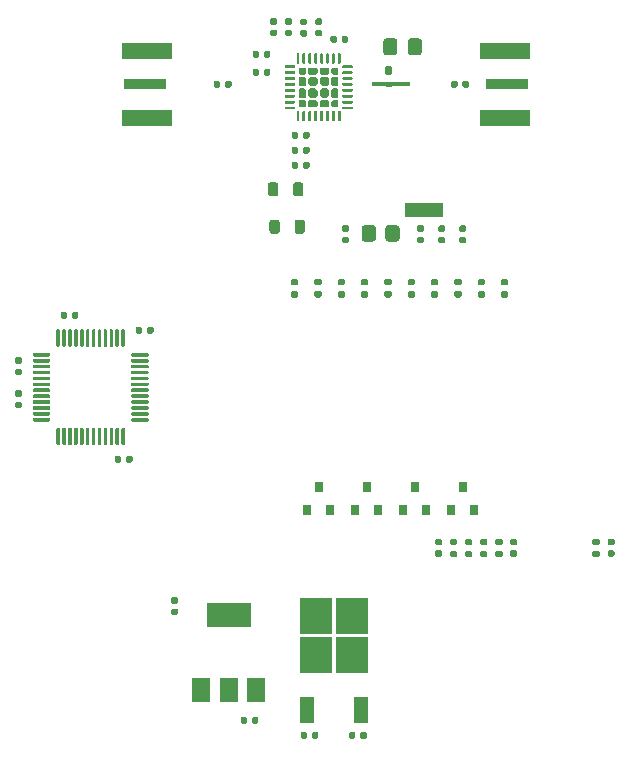
<source format=gtp>
G04 #@! TF.GenerationSoftware,KiCad,Pcbnew,(5.1.10)-1*
G04 #@! TF.CreationDate,2021-09-22T21:53:00-04:00*
G04 #@! TF.ProjectId,rf-vga,72662d76-6761-42e6-9b69-6361645f7063,rev?*
G04 #@! TF.SameCoordinates,Original*
G04 #@! TF.FileFunction,Paste,Top*
G04 #@! TF.FilePolarity,Positive*
%FSLAX46Y46*%
G04 Gerber Fmt 4.6, Leading zero omitted, Abs format (unit mm)*
G04 Created by KiCad (PCBNEW (5.1.10)-1) date 2021-09-22 21:53:00*
%MOMM*%
%LPD*%
G01*
G04 APERTURE LIST*
%ADD10R,3.300000X1.270000*%
%ADD11R,3.300000X0.400000*%
%ADD12R,2.750000X3.050000*%
%ADD13R,1.200000X2.200000*%
%ADD14R,3.600000X0.900000*%
%ADD15R,4.200000X1.350000*%
%ADD16R,1.500000X2.000000*%
%ADD17R,3.800000X2.000000*%
%ADD18C,0.100000*%
%ADD19R,0.800000X0.900000*%
G04 APERTURE END LIST*
G36*
G01*
X195348400Y-90405799D02*
X195348400Y-91305801D01*
G75*
G02*
X195098401Y-91555800I-249999J0D01*
G01*
X194398399Y-91555800D01*
G75*
G02*
X194148400Y-91305801I0J249999D01*
G01*
X194148400Y-90405799D01*
G75*
G02*
X194398399Y-90155800I249999J0D01*
G01*
X195098401Y-90155800D01*
G75*
G02*
X195348400Y-90405799I0J-249999D01*
G01*
G37*
G36*
G01*
X197348400Y-90405799D02*
X197348400Y-91305801D01*
G75*
G02*
X197098401Y-91555800I-249999J0D01*
G01*
X196398399Y-91555800D01*
G75*
G02*
X196148400Y-91305801I0J249999D01*
G01*
X196148400Y-90405799D01*
G75*
G02*
X196398399Y-90155800I249999J0D01*
G01*
X197098401Y-90155800D01*
G75*
G02*
X197348400Y-90405799I0J-249999D01*
G01*
G37*
G36*
G01*
X187208000Y-89915750D02*
X187208000Y-90678250D01*
G75*
G02*
X186989250Y-90897000I-218750J0D01*
G01*
X186551750Y-90897000D01*
G75*
G02*
X186333000Y-90678250I0J218750D01*
G01*
X186333000Y-89915750D01*
G75*
G02*
X186551750Y-89697000I218750J0D01*
G01*
X186989250Y-89697000D01*
G75*
G02*
X187208000Y-89915750I0J-218750D01*
G01*
G37*
G36*
G01*
X189333000Y-89915750D02*
X189333000Y-90678250D01*
G75*
G02*
X189114250Y-90897000I-218750J0D01*
G01*
X188676750Y-90897000D01*
G75*
G02*
X188458000Y-90678250I0J218750D01*
G01*
X188458000Y-89915750D01*
G75*
G02*
X188676750Y-89697000I218750J0D01*
G01*
X189114250Y-89697000D01*
G75*
G02*
X189333000Y-89915750I0J-218750D01*
G01*
G37*
G36*
G01*
X187081000Y-86740750D02*
X187081000Y-87503250D01*
G75*
G02*
X186862250Y-87722000I-218750J0D01*
G01*
X186424750Y-87722000D01*
G75*
G02*
X186206000Y-87503250I0J218750D01*
G01*
X186206000Y-86740750D01*
G75*
G02*
X186424750Y-86522000I218750J0D01*
G01*
X186862250Y-86522000D01*
G75*
G02*
X187081000Y-86740750I0J-218750D01*
G01*
G37*
G36*
G01*
X189206000Y-86740750D02*
X189206000Y-87503250D01*
G75*
G02*
X188987250Y-87722000I-218750J0D01*
G01*
X188549750Y-87722000D01*
G75*
G02*
X188331000Y-87503250I0J218750D01*
G01*
X188331000Y-86740750D01*
G75*
G02*
X188549750Y-86522000I218750J0D01*
G01*
X188987250Y-86522000D01*
G75*
G02*
X189206000Y-86740750I0J-218750D01*
G01*
G37*
G36*
G01*
X198062000Y-75531725D02*
X198062000Y-74582275D01*
G75*
G02*
X198312275Y-74332000I250275J0D01*
G01*
X198986725Y-74332000D01*
G75*
G02*
X199237000Y-74582275I0J-250275D01*
G01*
X199237000Y-75531725D01*
G75*
G02*
X198986725Y-75782000I-250275J0D01*
G01*
X198312275Y-75782000D01*
G75*
G02*
X198062000Y-75531725I0J250275D01*
G01*
G37*
G36*
G01*
X195987000Y-75532000D02*
X195987000Y-74582000D01*
G75*
G02*
X196237000Y-74332000I250000J0D01*
G01*
X196912000Y-74332000D01*
G75*
G02*
X197162000Y-74582000I0J-250000D01*
G01*
X197162000Y-75532000D01*
G75*
G02*
X196912000Y-75782000I-250000J0D01*
G01*
X196237000Y-75782000D01*
G75*
G02*
X195987000Y-75532000I0J250000D01*
G01*
G37*
G36*
G01*
X196578200Y-77462880D02*
X196258200Y-77462880D01*
G75*
G02*
X196098200Y-77302880I0J160000D01*
G01*
X196098200Y-76857880D01*
G75*
G02*
X196258200Y-76697880I160000J0D01*
G01*
X196578200Y-76697880D01*
G75*
G02*
X196738200Y-76857880I0J-160000D01*
G01*
X196738200Y-77302880D01*
G75*
G02*
X196578200Y-77462880I-160000J0D01*
G01*
G37*
G36*
G01*
X196668200Y-78425380D02*
X196168200Y-78425380D01*
G75*
G02*
X196068200Y-78325380I0J100000D01*
G01*
X196068200Y-78125380D01*
G75*
G02*
X196168200Y-78025380I100000J0D01*
G01*
X196668200Y-78025380D01*
G75*
G02*
X196768200Y-78125380I0J-100000D01*
G01*
X196768200Y-78325380D01*
G75*
G02*
X196668200Y-78425380I-100000J0D01*
G01*
G37*
G36*
G01*
X175968000Y-99230000D02*
X175968000Y-98890000D01*
G75*
G02*
X176108000Y-98750000I140000J0D01*
G01*
X176388000Y-98750000D01*
G75*
G02*
X176528000Y-98890000I0J-140000D01*
G01*
X176528000Y-99230000D01*
G75*
G02*
X176388000Y-99370000I-140000J0D01*
G01*
X176108000Y-99370000D01*
G75*
G02*
X175968000Y-99230000I0J140000D01*
G01*
G37*
G36*
G01*
X175008000Y-99230000D02*
X175008000Y-98890000D01*
G75*
G02*
X175148000Y-98750000I140000J0D01*
G01*
X175428000Y-98750000D01*
G75*
G02*
X175568000Y-98890000I0J-140000D01*
G01*
X175568000Y-99230000D01*
G75*
G02*
X175428000Y-99370000I-140000J0D01*
G01*
X175148000Y-99370000D01*
G75*
G02*
X175008000Y-99230000I0J140000D01*
G01*
G37*
G36*
G01*
X168296000Y-100386000D02*
X168296000Y-99061000D01*
G75*
G02*
X168371000Y-98986000I75000J0D01*
G01*
X168521000Y-98986000D01*
G75*
G02*
X168596000Y-99061000I0J-75000D01*
G01*
X168596000Y-100386000D01*
G75*
G02*
X168521000Y-100461000I-75000J0D01*
G01*
X168371000Y-100461000D01*
G75*
G02*
X168296000Y-100386000I0J75000D01*
G01*
G37*
G36*
G01*
X168796000Y-100386000D02*
X168796000Y-99061000D01*
G75*
G02*
X168871000Y-98986000I75000J0D01*
G01*
X169021000Y-98986000D01*
G75*
G02*
X169096000Y-99061000I0J-75000D01*
G01*
X169096000Y-100386000D01*
G75*
G02*
X169021000Y-100461000I-75000J0D01*
G01*
X168871000Y-100461000D01*
G75*
G02*
X168796000Y-100386000I0J75000D01*
G01*
G37*
G36*
G01*
X169296000Y-100386000D02*
X169296000Y-99061000D01*
G75*
G02*
X169371000Y-98986000I75000J0D01*
G01*
X169521000Y-98986000D01*
G75*
G02*
X169596000Y-99061000I0J-75000D01*
G01*
X169596000Y-100386000D01*
G75*
G02*
X169521000Y-100461000I-75000J0D01*
G01*
X169371000Y-100461000D01*
G75*
G02*
X169296000Y-100386000I0J75000D01*
G01*
G37*
G36*
G01*
X169796000Y-100386000D02*
X169796000Y-99061000D01*
G75*
G02*
X169871000Y-98986000I75000J0D01*
G01*
X170021000Y-98986000D01*
G75*
G02*
X170096000Y-99061000I0J-75000D01*
G01*
X170096000Y-100386000D01*
G75*
G02*
X170021000Y-100461000I-75000J0D01*
G01*
X169871000Y-100461000D01*
G75*
G02*
X169796000Y-100386000I0J75000D01*
G01*
G37*
G36*
G01*
X170296000Y-100386000D02*
X170296000Y-99061000D01*
G75*
G02*
X170371000Y-98986000I75000J0D01*
G01*
X170521000Y-98986000D01*
G75*
G02*
X170596000Y-99061000I0J-75000D01*
G01*
X170596000Y-100386000D01*
G75*
G02*
X170521000Y-100461000I-75000J0D01*
G01*
X170371000Y-100461000D01*
G75*
G02*
X170296000Y-100386000I0J75000D01*
G01*
G37*
G36*
G01*
X170796000Y-100386000D02*
X170796000Y-99061000D01*
G75*
G02*
X170871000Y-98986000I75000J0D01*
G01*
X171021000Y-98986000D01*
G75*
G02*
X171096000Y-99061000I0J-75000D01*
G01*
X171096000Y-100386000D01*
G75*
G02*
X171021000Y-100461000I-75000J0D01*
G01*
X170871000Y-100461000D01*
G75*
G02*
X170796000Y-100386000I0J75000D01*
G01*
G37*
G36*
G01*
X171296000Y-100386000D02*
X171296000Y-99061000D01*
G75*
G02*
X171371000Y-98986000I75000J0D01*
G01*
X171521000Y-98986000D01*
G75*
G02*
X171596000Y-99061000I0J-75000D01*
G01*
X171596000Y-100386000D01*
G75*
G02*
X171521000Y-100461000I-75000J0D01*
G01*
X171371000Y-100461000D01*
G75*
G02*
X171296000Y-100386000I0J75000D01*
G01*
G37*
G36*
G01*
X171796000Y-100386000D02*
X171796000Y-99061000D01*
G75*
G02*
X171871000Y-98986000I75000J0D01*
G01*
X172021000Y-98986000D01*
G75*
G02*
X172096000Y-99061000I0J-75000D01*
G01*
X172096000Y-100386000D01*
G75*
G02*
X172021000Y-100461000I-75000J0D01*
G01*
X171871000Y-100461000D01*
G75*
G02*
X171796000Y-100386000I0J75000D01*
G01*
G37*
G36*
G01*
X172296000Y-100386000D02*
X172296000Y-99061000D01*
G75*
G02*
X172371000Y-98986000I75000J0D01*
G01*
X172521000Y-98986000D01*
G75*
G02*
X172596000Y-99061000I0J-75000D01*
G01*
X172596000Y-100386000D01*
G75*
G02*
X172521000Y-100461000I-75000J0D01*
G01*
X172371000Y-100461000D01*
G75*
G02*
X172296000Y-100386000I0J75000D01*
G01*
G37*
G36*
G01*
X172796000Y-100386000D02*
X172796000Y-99061000D01*
G75*
G02*
X172871000Y-98986000I75000J0D01*
G01*
X173021000Y-98986000D01*
G75*
G02*
X173096000Y-99061000I0J-75000D01*
G01*
X173096000Y-100386000D01*
G75*
G02*
X173021000Y-100461000I-75000J0D01*
G01*
X172871000Y-100461000D01*
G75*
G02*
X172796000Y-100386000I0J75000D01*
G01*
G37*
G36*
G01*
X173296000Y-100386000D02*
X173296000Y-99061000D01*
G75*
G02*
X173371000Y-98986000I75000J0D01*
G01*
X173521000Y-98986000D01*
G75*
G02*
X173596000Y-99061000I0J-75000D01*
G01*
X173596000Y-100386000D01*
G75*
G02*
X173521000Y-100461000I-75000J0D01*
G01*
X173371000Y-100461000D01*
G75*
G02*
X173296000Y-100386000I0J75000D01*
G01*
G37*
G36*
G01*
X173796000Y-100386000D02*
X173796000Y-99061000D01*
G75*
G02*
X173871000Y-98986000I75000J0D01*
G01*
X174021000Y-98986000D01*
G75*
G02*
X174096000Y-99061000I0J-75000D01*
G01*
X174096000Y-100386000D01*
G75*
G02*
X174021000Y-100461000I-75000J0D01*
G01*
X173871000Y-100461000D01*
G75*
G02*
X173796000Y-100386000I0J75000D01*
G01*
G37*
G36*
G01*
X174621000Y-101211000D02*
X174621000Y-101061000D01*
G75*
G02*
X174696000Y-100986000I75000J0D01*
G01*
X176021000Y-100986000D01*
G75*
G02*
X176096000Y-101061000I0J-75000D01*
G01*
X176096000Y-101211000D01*
G75*
G02*
X176021000Y-101286000I-75000J0D01*
G01*
X174696000Y-101286000D01*
G75*
G02*
X174621000Y-101211000I0J75000D01*
G01*
G37*
G36*
G01*
X174621000Y-101711000D02*
X174621000Y-101561000D01*
G75*
G02*
X174696000Y-101486000I75000J0D01*
G01*
X176021000Y-101486000D01*
G75*
G02*
X176096000Y-101561000I0J-75000D01*
G01*
X176096000Y-101711000D01*
G75*
G02*
X176021000Y-101786000I-75000J0D01*
G01*
X174696000Y-101786000D01*
G75*
G02*
X174621000Y-101711000I0J75000D01*
G01*
G37*
G36*
G01*
X174621000Y-102211000D02*
X174621000Y-102061000D01*
G75*
G02*
X174696000Y-101986000I75000J0D01*
G01*
X176021000Y-101986000D01*
G75*
G02*
X176096000Y-102061000I0J-75000D01*
G01*
X176096000Y-102211000D01*
G75*
G02*
X176021000Y-102286000I-75000J0D01*
G01*
X174696000Y-102286000D01*
G75*
G02*
X174621000Y-102211000I0J75000D01*
G01*
G37*
G36*
G01*
X174621000Y-102711000D02*
X174621000Y-102561000D01*
G75*
G02*
X174696000Y-102486000I75000J0D01*
G01*
X176021000Y-102486000D01*
G75*
G02*
X176096000Y-102561000I0J-75000D01*
G01*
X176096000Y-102711000D01*
G75*
G02*
X176021000Y-102786000I-75000J0D01*
G01*
X174696000Y-102786000D01*
G75*
G02*
X174621000Y-102711000I0J75000D01*
G01*
G37*
G36*
G01*
X174621000Y-103211000D02*
X174621000Y-103061000D01*
G75*
G02*
X174696000Y-102986000I75000J0D01*
G01*
X176021000Y-102986000D01*
G75*
G02*
X176096000Y-103061000I0J-75000D01*
G01*
X176096000Y-103211000D01*
G75*
G02*
X176021000Y-103286000I-75000J0D01*
G01*
X174696000Y-103286000D01*
G75*
G02*
X174621000Y-103211000I0J75000D01*
G01*
G37*
G36*
G01*
X174621000Y-103711000D02*
X174621000Y-103561000D01*
G75*
G02*
X174696000Y-103486000I75000J0D01*
G01*
X176021000Y-103486000D01*
G75*
G02*
X176096000Y-103561000I0J-75000D01*
G01*
X176096000Y-103711000D01*
G75*
G02*
X176021000Y-103786000I-75000J0D01*
G01*
X174696000Y-103786000D01*
G75*
G02*
X174621000Y-103711000I0J75000D01*
G01*
G37*
G36*
G01*
X174621000Y-104211000D02*
X174621000Y-104061000D01*
G75*
G02*
X174696000Y-103986000I75000J0D01*
G01*
X176021000Y-103986000D01*
G75*
G02*
X176096000Y-104061000I0J-75000D01*
G01*
X176096000Y-104211000D01*
G75*
G02*
X176021000Y-104286000I-75000J0D01*
G01*
X174696000Y-104286000D01*
G75*
G02*
X174621000Y-104211000I0J75000D01*
G01*
G37*
G36*
G01*
X174621000Y-104711000D02*
X174621000Y-104561000D01*
G75*
G02*
X174696000Y-104486000I75000J0D01*
G01*
X176021000Y-104486000D01*
G75*
G02*
X176096000Y-104561000I0J-75000D01*
G01*
X176096000Y-104711000D01*
G75*
G02*
X176021000Y-104786000I-75000J0D01*
G01*
X174696000Y-104786000D01*
G75*
G02*
X174621000Y-104711000I0J75000D01*
G01*
G37*
G36*
G01*
X174621000Y-105211000D02*
X174621000Y-105061000D01*
G75*
G02*
X174696000Y-104986000I75000J0D01*
G01*
X176021000Y-104986000D01*
G75*
G02*
X176096000Y-105061000I0J-75000D01*
G01*
X176096000Y-105211000D01*
G75*
G02*
X176021000Y-105286000I-75000J0D01*
G01*
X174696000Y-105286000D01*
G75*
G02*
X174621000Y-105211000I0J75000D01*
G01*
G37*
G36*
G01*
X174621000Y-105711000D02*
X174621000Y-105561000D01*
G75*
G02*
X174696000Y-105486000I75000J0D01*
G01*
X176021000Y-105486000D01*
G75*
G02*
X176096000Y-105561000I0J-75000D01*
G01*
X176096000Y-105711000D01*
G75*
G02*
X176021000Y-105786000I-75000J0D01*
G01*
X174696000Y-105786000D01*
G75*
G02*
X174621000Y-105711000I0J75000D01*
G01*
G37*
G36*
G01*
X174621000Y-106211000D02*
X174621000Y-106061000D01*
G75*
G02*
X174696000Y-105986000I75000J0D01*
G01*
X176021000Y-105986000D01*
G75*
G02*
X176096000Y-106061000I0J-75000D01*
G01*
X176096000Y-106211000D01*
G75*
G02*
X176021000Y-106286000I-75000J0D01*
G01*
X174696000Y-106286000D01*
G75*
G02*
X174621000Y-106211000I0J75000D01*
G01*
G37*
G36*
G01*
X174621000Y-106711000D02*
X174621000Y-106561000D01*
G75*
G02*
X174696000Y-106486000I75000J0D01*
G01*
X176021000Y-106486000D01*
G75*
G02*
X176096000Y-106561000I0J-75000D01*
G01*
X176096000Y-106711000D01*
G75*
G02*
X176021000Y-106786000I-75000J0D01*
G01*
X174696000Y-106786000D01*
G75*
G02*
X174621000Y-106711000I0J75000D01*
G01*
G37*
G36*
G01*
X173796000Y-108711000D02*
X173796000Y-107386000D01*
G75*
G02*
X173871000Y-107311000I75000J0D01*
G01*
X174021000Y-107311000D01*
G75*
G02*
X174096000Y-107386000I0J-75000D01*
G01*
X174096000Y-108711000D01*
G75*
G02*
X174021000Y-108786000I-75000J0D01*
G01*
X173871000Y-108786000D01*
G75*
G02*
X173796000Y-108711000I0J75000D01*
G01*
G37*
G36*
G01*
X173296000Y-108711000D02*
X173296000Y-107386000D01*
G75*
G02*
X173371000Y-107311000I75000J0D01*
G01*
X173521000Y-107311000D01*
G75*
G02*
X173596000Y-107386000I0J-75000D01*
G01*
X173596000Y-108711000D01*
G75*
G02*
X173521000Y-108786000I-75000J0D01*
G01*
X173371000Y-108786000D01*
G75*
G02*
X173296000Y-108711000I0J75000D01*
G01*
G37*
G36*
G01*
X172796000Y-108711000D02*
X172796000Y-107386000D01*
G75*
G02*
X172871000Y-107311000I75000J0D01*
G01*
X173021000Y-107311000D01*
G75*
G02*
X173096000Y-107386000I0J-75000D01*
G01*
X173096000Y-108711000D01*
G75*
G02*
X173021000Y-108786000I-75000J0D01*
G01*
X172871000Y-108786000D01*
G75*
G02*
X172796000Y-108711000I0J75000D01*
G01*
G37*
G36*
G01*
X172296000Y-108711000D02*
X172296000Y-107386000D01*
G75*
G02*
X172371000Y-107311000I75000J0D01*
G01*
X172521000Y-107311000D01*
G75*
G02*
X172596000Y-107386000I0J-75000D01*
G01*
X172596000Y-108711000D01*
G75*
G02*
X172521000Y-108786000I-75000J0D01*
G01*
X172371000Y-108786000D01*
G75*
G02*
X172296000Y-108711000I0J75000D01*
G01*
G37*
G36*
G01*
X171796000Y-108711000D02*
X171796000Y-107386000D01*
G75*
G02*
X171871000Y-107311000I75000J0D01*
G01*
X172021000Y-107311000D01*
G75*
G02*
X172096000Y-107386000I0J-75000D01*
G01*
X172096000Y-108711000D01*
G75*
G02*
X172021000Y-108786000I-75000J0D01*
G01*
X171871000Y-108786000D01*
G75*
G02*
X171796000Y-108711000I0J75000D01*
G01*
G37*
G36*
G01*
X171296000Y-108711000D02*
X171296000Y-107386000D01*
G75*
G02*
X171371000Y-107311000I75000J0D01*
G01*
X171521000Y-107311000D01*
G75*
G02*
X171596000Y-107386000I0J-75000D01*
G01*
X171596000Y-108711000D01*
G75*
G02*
X171521000Y-108786000I-75000J0D01*
G01*
X171371000Y-108786000D01*
G75*
G02*
X171296000Y-108711000I0J75000D01*
G01*
G37*
G36*
G01*
X170796000Y-108711000D02*
X170796000Y-107386000D01*
G75*
G02*
X170871000Y-107311000I75000J0D01*
G01*
X171021000Y-107311000D01*
G75*
G02*
X171096000Y-107386000I0J-75000D01*
G01*
X171096000Y-108711000D01*
G75*
G02*
X171021000Y-108786000I-75000J0D01*
G01*
X170871000Y-108786000D01*
G75*
G02*
X170796000Y-108711000I0J75000D01*
G01*
G37*
G36*
G01*
X170296000Y-108711000D02*
X170296000Y-107386000D01*
G75*
G02*
X170371000Y-107311000I75000J0D01*
G01*
X170521000Y-107311000D01*
G75*
G02*
X170596000Y-107386000I0J-75000D01*
G01*
X170596000Y-108711000D01*
G75*
G02*
X170521000Y-108786000I-75000J0D01*
G01*
X170371000Y-108786000D01*
G75*
G02*
X170296000Y-108711000I0J75000D01*
G01*
G37*
G36*
G01*
X169796000Y-108711000D02*
X169796000Y-107386000D01*
G75*
G02*
X169871000Y-107311000I75000J0D01*
G01*
X170021000Y-107311000D01*
G75*
G02*
X170096000Y-107386000I0J-75000D01*
G01*
X170096000Y-108711000D01*
G75*
G02*
X170021000Y-108786000I-75000J0D01*
G01*
X169871000Y-108786000D01*
G75*
G02*
X169796000Y-108711000I0J75000D01*
G01*
G37*
G36*
G01*
X169296000Y-108711000D02*
X169296000Y-107386000D01*
G75*
G02*
X169371000Y-107311000I75000J0D01*
G01*
X169521000Y-107311000D01*
G75*
G02*
X169596000Y-107386000I0J-75000D01*
G01*
X169596000Y-108711000D01*
G75*
G02*
X169521000Y-108786000I-75000J0D01*
G01*
X169371000Y-108786000D01*
G75*
G02*
X169296000Y-108711000I0J75000D01*
G01*
G37*
G36*
G01*
X168796000Y-108711000D02*
X168796000Y-107386000D01*
G75*
G02*
X168871000Y-107311000I75000J0D01*
G01*
X169021000Y-107311000D01*
G75*
G02*
X169096000Y-107386000I0J-75000D01*
G01*
X169096000Y-108711000D01*
G75*
G02*
X169021000Y-108786000I-75000J0D01*
G01*
X168871000Y-108786000D01*
G75*
G02*
X168796000Y-108711000I0J75000D01*
G01*
G37*
G36*
G01*
X168296000Y-108711000D02*
X168296000Y-107386000D01*
G75*
G02*
X168371000Y-107311000I75000J0D01*
G01*
X168521000Y-107311000D01*
G75*
G02*
X168596000Y-107386000I0J-75000D01*
G01*
X168596000Y-108711000D01*
G75*
G02*
X168521000Y-108786000I-75000J0D01*
G01*
X168371000Y-108786000D01*
G75*
G02*
X168296000Y-108711000I0J75000D01*
G01*
G37*
G36*
G01*
X166296000Y-106711000D02*
X166296000Y-106561000D01*
G75*
G02*
X166371000Y-106486000I75000J0D01*
G01*
X167696000Y-106486000D01*
G75*
G02*
X167771000Y-106561000I0J-75000D01*
G01*
X167771000Y-106711000D01*
G75*
G02*
X167696000Y-106786000I-75000J0D01*
G01*
X166371000Y-106786000D01*
G75*
G02*
X166296000Y-106711000I0J75000D01*
G01*
G37*
G36*
G01*
X166296000Y-106211000D02*
X166296000Y-106061000D01*
G75*
G02*
X166371000Y-105986000I75000J0D01*
G01*
X167696000Y-105986000D01*
G75*
G02*
X167771000Y-106061000I0J-75000D01*
G01*
X167771000Y-106211000D01*
G75*
G02*
X167696000Y-106286000I-75000J0D01*
G01*
X166371000Y-106286000D01*
G75*
G02*
X166296000Y-106211000I0J75000D01*
G01*
G37*
G36*
G01*
X166296000Y-105711000D02*
X166296000Y-105561000D01*
G75*
G02*
X166371000Y-105486000I75000J0D01*
G01*
X167696000Y-105486000D01*
G75*
G02*
X167771000Y-105561000I0J-75000D01*
G01*
X167771000Y-105711000D01*
G75*
G02*
X167696000Y-105786000I-75000J0D01*
G01*
X166371000Y-105786000D01*
G75*
G02*
X166296000Y-105711000I0J75000D01*
G01*
G37*
G36*
G01*
X166296000Y-105211000D02*
X166296000Y-105061000D01*
G75*
G02*
X166371000Y-104986000I75000J0D01*
G01*
X167696000Y-104986000D01*
G75*
G02*
X167771000Y-105061000I0J-75000D01*
G01*
X167771000Y-105211000D01*
G75*
G02*
X167696000Y-105286000I-75000J0D01*
G01*
X166371000Y-105286000D01*
G75*
G02*
X166296000Y-105211000I0J75000D01*
G01*
G37*
G36*
G01*
X166296000Y-104711000D02*
X166296000Y-104561000D01*
G75*
G02*
X166371000Y-104486000I75000J0D01*
G01*
X167696000Y-104486000D01*
G75*
G02*
X167771000Y-104561000I0J-75000D01*
G01*
X167771000Y-104711000D01*
G75*
G02*
X167696000Y-104786000I-75000J0D01*
G01*
X166371000Y-104786000D01*
G75*
G02*
X166296000Y-104711000I0J75000D01*
G01*
G37*
G36*
G01*
X166296000Y-104211000D02*
X166296000Y-104061000D01*
G75*
G02*
X166371000Y-103986000I75000J0D01*
G01*
X167696000Y-103986000D01*
G75*
G02*
X167771000Y-104061000I0J-75000D01*
G01*
X167771000Y-104211000D01*
G75*
G02*
X167696000Y-104286000I-75000J0D01*
G01*
X166371000Y-104286000D01*
G75*
G02*
X166296000Y-104211000I0J75000D01*
G01*
G37*
G36*
G01*
X166296000Y-103711000D02*
X166296000Y-103561000D01*
G75*
G02*
X166371000Y-103486000I75000J0D01*
G01*
X167696000Y-103486000D01*
G75*
G02*
X167771000Y-103561000I0J-75000D01*
G01*
X167771000Y-103711000D01*
G75*
G02*
X167696000Y-103786000I-75000J0D01*
G01*
X166371000Y-103786000D01*
G75*
G02*
X166296000Y-103711000I0J75000D01*
G01*
G37*
G36*
G01*
X166296000Y-103211000D02*
X166296000Y-103061000D01*
G75*
G02*
X166371000Y-102986000I75000J0D01*
G01*
X167696000Y-102986000D01*
G75*
G02*
X167771000Y-103061000I0J-75000D01*
G01*
X167771000Y-103211000D01*
G75*
G02*
X167696000Y-103286000I-75000J0D01*
G01*
X166371000Y-103286000D01*
G75*
G02*
X166296000Y-103211000I0J75000D01*
G01*
G37*
G36*
G01*
X166296000Y-102711000D02*
X166296000Y-102561000D01*
G75*
G02*
X166371000Y-102486000I75000J0D01*
G01*
X167696000Y-102486000D01*
G75*
G02*
X167771000Y-102561000I0J-75000D01*
G01*
X167771000Y-102711000D01*
G75*
G02*
X167696000Y-102786000I-75000J0D01*
G01*
X166371000Y-102786000D01*
G75*
G02*
X166296000Y-102711000I0J75000D01*
G01*
G37*
G36*
G01*
X166296000Y-102211000D02*
X166296000Y-102061000D01*
G75*
G02*
X166371000Y-101986000I75000J0D01*
G01*
X167696000Y-101986000D01*
G75*
G02*
X167771000Y-102061000I0J-75000D01*
G01*
X167771000Y-102211000D01*
G75*
G02*
X167696000Y-102286000I-75000J0D01*
G01*
X166371000Y-102286000D01*
G75*
G02*
X166296000Y-102211000I0J75000D01*
G01*
G37*
G36*
G01*
X166296000Y-101711000D02*
X166296000Y-101561000D01*
G75*
G02*
X166371000Y-101486000I75000J0D01*
G01*
X167696000Y-101486000D01*
G75*
G02*
X167771000Y-101561000I0J-75000D01*
G01*
X167771000Y-101711000D01*
G75*
G02*
X167696000Y-101786000I-75000J0D01*
G01*
X166371000Y-101786000D01*
G75*
G02*
X166296000Y-101711000I0J75000D01*
G01*
G37*
G36*
G01*
X166296000Y-101211000D02*
X166296000Y-101061000D01*
G75*
G02*
X166371000Y-100986000I75000J0D01*
G01*
X167696000Y-100986000D01*
G75*
G02*
X167771000Y-101061000I0J-75000D01*
G01*
X167771000Y-101211000D01*
G75*
G02*
X167696000Y-101286000I-75000J0D01*
G01*
X166371000Y-101286000D01*
G75*
G02*
X166296000Y-101211000I0J75000D01*
G01*
G37*
G36*
G01*
X194209665Y-95744000D02*
X194579665Y-95744000D01*
G75*
G02*
X194714665Y-95879000I0J-135000D01*
G01*
X194714665Y-96149000D01*
G75*
G02*
X194579665Y-96284000I-135000J0D01*
G01*
X194209665Y-96284000D01*
G75*
G02*
X194074665Y-96149000I0J135000D01*
G01*
X194074665Y-95879000D01*
G75*
G02*
X194209665Y-95744000I135000J0D01*
G01*
G37*
G36*
G01*
X194209665Y-94724000D02*
X194579665Y-94724000D01*
G75*
G02*
X194714665Y-94859000I0J-135000D01*
G01*
X194714665Y-95129000D01*
G75*
G02*
X194579665Y-95264000I-135000J0D01*
G01*
X194209665Y-95264000D01*
G75*
G02*
X194074665Y-95129000I0J135000D01*
G01*
X194074665Y-94859000D01*
G75*
G02*
X194209665Y-94724000I135000J0D01*
G01*
G37*
G36*
G01*
X188283000Y-95744000D02*
X188653000Y-95744000D01*
G75*
G02*
X188788000Y-95879000I0J-135000D01*
G01*
X188788000Y-96149000D01*
G75*
G02*
X188653000Y-96284000I-135000J0D01*
G01*
X188283000Y-96284000D01*
G75*
G02*
X188148000Y-96149000I0J135000D01*
G01*
X188148000Y-95879000D01*
G75*
G02*
X188283000Y-95744000I135000J0D01*
G01*
G37*
G36*
G01*
X188283000Y-94724000D02*
X188653000Y-94724000D01*
G75*
G02*
X188788000Y-94859000I0J-135000D01*
G01*
X188788000Y-95129000D01*
G75*
G02*
X188653000Y-95264000I-135000J0D01*
G01*
X188283000Y-95264000D01*
G75*
G02*
X188148000Y-95129000I0J135000D01*
G01*
X188148000Y-94859000D01*
G75*
G02*
X188283000Y-94724000I135000J0D01*
G01*
G37*
G36*
G01*
X196185220Y-95744000D02*
X196555220Y-95744000D01*
G75*
G02*
X196690220Y-95879000I0J-135000D01*
G01*
X196690220Y-96149000D01*
G75*
G02*
X196555220Y-96284000I-135000J0D01*
G01*
X196185220Y-96284000D01*
G75*
G02*
X196050220Y-96149000I0J135000D01*
G01*
X196050220Y-95879000D01*
G75*
G02*
X196185220Y-95744000I135000J0D01*
G01*
G37*
G36*
G01*
X196185220Y-94724000D02*
X196555220Y-94724000D01*
G75*
G02*
X196690220Y-94859000I0J-135000D01*
G01*
X196690220Y-95129000D01*
G75*
G02*
X196555220Y-95264000I-135000J0D01*
G01*
X196185220Y-95264000D01*
G75*
G02*
X196050220Y-95129000I0J135000D01*
G01*
X196050220Y-94859000D01*
G75*
G02*
X196185220Y-94724000I135000J0D01*
G01*
G37*
G36*
G01*
X192234110Y-95744000D02*
X192604110Y-95744000D01*
G75*
G02*
X192739110Y-95879000I0J-135000D01*
G01*
X192739110Y-96149000D01*
G75*
G02*
X192604110Y-96284000I-135000J0D01*
G01*
X192234110Y-96284000D01*
G75*
G02*
X192099110Y-96149000I0J135000D01*
G01*
X192099110Y-95879000D01*
G75*
G02*
X192234110Y-95744000I135000J0D01*
G01*
G37*
G36*
G01*
X192234110Y-94724000D02*
X192604110Y-94724000D01*
G75*
G02*
X192739110Y-94859000I0J-135000D01*
G01*
X192739110Y-95129000D01*
G75*
G02*
X192604110Y-95264000I-135000J0D01*
G01*
X192234110Y-95264000D01*
G75*
G02*
X192099110Y-95129000I0J135000D01*
G01*
X192099110Y-94859000D01*
G75*
G02*
X192234110Y-94724000I135000J0D01*
G01*
G37*
G36*
G01*
X200136330Y-95744000D02*
X200506330Y-95744000D01*
G75*
G02*
X200641330Y-95879000I0J-135000D01*
G01*
X200641330Y-96149000D01*
G75*
G02*
X200506330Y-96284000I-135000J0D01*
G01*
X200136330Y-96284000D01*
G75*
G02*
X200001330Y-96149000I0J135000D01*
G01*
X200001330Y-95879000D01*
G75*
G02*
X200136330Y-95744000I135000J0D01*
G01*
G37*
G36*
G01*
X200136330Y-94724000D02*
X200506330Y-94724000D01*
G75*
G02*
X200641330Y-94859000I0J-135000D01*
G01*
X200641330Y-95129000D01*
G75*
G02*
X200506330Y-95264000I-135000J0D01*
G01*
X200136330Y-95264000D01*
G75*
G02*
X200001330Y-95129000I0J135000D01*
G01*
X200001330Y-94859000D01*
G75*
G02*
X200136330Y-94724000I135000J0D01*
G01*
G37*
G36*
G01*
X202111885Y-95744000D02*
X202481885Y-95744000D01*
G75*
G02*
X202616885Y-95879000I0J-135000D01*
G01*
X202616885Y-96149000D01*
G75*
G02*
X202481885Y-96284000I-135000J0D01*
G01*
X202111885Y-96284000D01*
G75*
G02*
X201976885Y-96149000I0J135000D01*
G01*
X201976885Y-95879000D01*
G75*
G02*
X202111885Y-95744000I135000J0D01*
G01*
G37*
G36*
G01*
X202111885Y-94724000D02*
X202481885Y-94724000D01*
G75*
G02*
X202616885Y-94859000I0J-135000D01*
G01*
X202616885Y-95129000D01*
G75*
G02*
X202481885Y-95264000I-135000J0D01*
G01*
X202111885Y-95264000D01*
G75*
G02*
X201976885Y-95129000I0J135000D01*
G01*
X201976885Y-94859000D01*
G75*
G02*
X202111885Y-94724000I135000J0D01*
G01*
G37*
G36*
G01*
X190258555Y-95744000D02*
X190628555Y-95744000D01*
G75*
G02*
X190763555Y-95879000I0J-135000D01*
G01*
X190763555Y-96149000D01*
G75*
G02*
X190628555Y-96284000I-135000J0D01*
G01*
X190258555Y-96284000D01*
G75*
G02*
X190123555Y-96149000I0J135000D01*
G01*
X190123555Y-95879000D01*
G75*
G02*
X190258555Y-95744000I135000J0D01*
G01*
G37*
G36*
G01*
X190258555Y-94724000D02*
X190628555Y-94724000D01*
G75*
G02*
X190763555Y-94859000I0J-135000D01*
G01*
X190763555Y-95129000D01*
G75*
G02*
X190628555Y-95264000I-135000J0D01*
G01*
X190258555Y-95264000D01*
G75*
G02*
X190123555Y-95129000I0J135000D01*
G01*
X190123555Y-94859000D01*
G75*
G02*
X190258555Y-94724000I135000J0D01*
G01*
G37*
G36*
G01*
X203383000Y-117255000D02*
X203013000Y-117255000D01*
G75*
G02*
X202878000Y-117120000I0J135000D01*
G01*
X202878000Y-116850000D01*
G75*
G02*
X203013000Y-116715000I135000J0D01*
G01*
X203383000Y-116715000D01*
G75*
G02*
X203518000Y-116850000I0J-135000D01*
G01*
X203518000Y-117120000D01*
G75*
G02*
X203383000Y-117255000I-135000J0D01*
G01*
G37*
G36*
G01*
X203383000Y-118275000D02*
X203013000Y-118275000D01*
G75*
G02*
X202878000Y-118140000I0J135000D01*
G01*
X202878000Y-117870000D01*
G75*
G02*
X203013000Y-117735000I135000J0D01*
G01*
X203383000Y-117735000D01*
G75*
G02*
X203518000Y-117870000I0J-135000D01*
G01*
X203518000Y-118140000D01*
G75*
G02*
X203383000Y-118275000I-135000J0D01*
G01*
G37*
G36*
G01*
X204087440Y-95744000D02*
X204457440Y-95744000D01*
G75*
G02*
X204592440Y-95879000I0J-135000D01*
G01*
X204592440Y-96149000D01*
G75*
G02*
X204457440Y-96284000I-135000J0D01*
G01*
X204087440Y-96284000D01*
G75*
G02*
X203952440Y-96149000I0J135000D01*
G01*
X203952440Y-95879000D01*
G75*
G02*
X204087440Y-95744000I135000J0D01*
G01*
G37*
G36*
G01*
X204087440Y-94724000D02*
X204457440Y-94724000D01*
G75*
G02*
X204592440Y-94859000I0J-135000D01*
G01*
X204592440Y-95129000D01*
G75*
G02*
X204457440Y-95264000I-135000J0D01*
G01*
X204087440Y-95264000D01*
G75*
G02*
X203952440Y-95129000I0J135000D01*
G01*
X203952440Y-94859000D01*
G75*
G02*
X204087440Y-94724000I135000J0D01*
G01*
G37*
G36*
G01*
X204657000Y-117255000D02*
X204287000Y-117255000D01*
G75*
G02*
X204152000Y-117120000I0J135000D01*
G01*
X204152000Y-116850000D01*
G75*
G02*
X204287000Y-116715000I135000J0D01*
G01*
X204657000Y-116715000D01*
G75*
G02*
X204792000Y-116850000I0J-135000D01*
G01*
X204792000Y-117120000D01*
G75*
G02*
X204657000Y-117255000I-135000J0D01*
G01*
G37*
G36*
G01*
X204657000Y-118275000D02*
X204287000Y-118275000D01*
G75*
G02*
X204152000Y-118140000I0J135000D01*
G01*
X204152000Y-117870000D01*
G75*
G02*
X204287000Y-117735000I135000J0D01*
G01*
X204657000Y-117735000D01*
G75*
G02*
X204792000Y-117870000I0J-135000D01*
G01*
X204792000Y-118140000D01*
G75*
G02*
X204657000Y-118275000I-135000J0D01*
G01*
G37*
G36*
G01*
X198160775Y-95744000D02*
X198530775Y-95744000D01*
G75*
G02*
X198665775Y-95879000I0J-135000D01*
G01*
X198665775Y-96149000D01*
G75*
G02*
X198530775Y-96284000I-135000J0D01*
G01*
X198160775Y-96284000D01*
G75*
G02*
X198025775Y-96149000I0J135000D01*
G01*
X198025775Y-95879000D01*
G75*
G02*
X198160775Y-95744000I135000J0D01*
G01*
G37*
G36*
G01*
X198160775Y-94724000D02*
X198530775Y-94724000D01*
G75*
G02*
X198665775Y-94859000I0J-135000D01*
G01*
X198665775Y-95129000D01*
G75*
G02*
X198530775Y-95264000I-135000J0D01*
G01*
X198160775Y-95264000D01*
G75*
G02*
X198025775Y-95129000I0J135000D01*
G01*
X198025775Y-94859000D01*
G75*
G02*
X198160775Y-94724000I135000J0D01*
G01*
G37*
G36*
G01*
X206063000Y-95744000D02*
X206433000Y-95744000D01*
G75*
G02*
X206568000Y-95879000I0J-135000D01*
G01*
X206568000Y-96149000D01*
G75*
G02*
X206433000Y-96284000I-135000J0D01*
G01*
X206063000Y-96284000D01*
G75*
G02*
X205928000Y-96149000I0J135000D01*
G01*
X205928000Y-95879000D01*
G75*
G02*
X206063000Y-95744000I135000J0D01*
G01*
G37*
G36*
G01*
X206063000Y-94724000D02*
X206433000Y-94724000D01*
G75*
G02*
X206568000Y-94859000I0J-135000D01*
G01*
X206568000Y-95129000D01*
G75*
G02*
X206433000Y-95264000I-135000J0D01*
G01*
X206063000Y-95264000D01*
G75*
G02*
X205928000Y-95129000I0J135000D01*
G01*
X205928000Y-94859000D01*
G75*
G02*
X206063000Y-94724000I135000J0D01*
G01*
G37*
G36*
G01*
X201739000Y-117735000D02*
X202109000Y-117735000D01*
G75*
G02*
X202244000Y-117870000I0J-135000D01*
G01*
X202244000Y-118140000D01*
G75*
G02*
X202109000Y-118275000I-135000J0D01*
G01*
X201739000Y-118275000D01*
G75*
G02*
X201604000Y-118140000I0J135000D01*
G01*
X201604000Y-117870000D01*
G75*
G02*
X201739000Y-117735000I135000J0D01*
G01*
G37*
G36*
G01*
X201739000Y-116715000D02*
X202109000Y-116715000D01*
G75*
G02*
X202244000Y-116850000I0J-135000D01*
G01*
X202244000Y-117120000D01*
G75*
G02*
X202109000Y-117255000I-135000J0D01*
G01*
X201739000Y-117255000D01*
G75*
G02*
X201604000Y-117120000I0J135000D01*
G01*
X201604000Y-116850000D01*
G75*
G02*
X201739000Y-116715000I135000J0D01*
G01*
G37*
G36*
G01*
X205561000Y-117735000D02*
X205931000Y-117735000D01*
G75*
G02*
X206066000Y-117870000I0J-135000D01*
G01*
X206066000Y-118140000D01*
G75*
G02*
X205931000Y-118275000I-135000J0D01*
G01*
X205561000Y-118275000D01*
G75*
G02*
X205426000Y-118140000I0J135000D01*
G01*
X205426000Y-117870000D01*
G75*
G02*
X205561000Y-117735000I135000J0D01*
G01*
G37*
G36*
G01*
X205561000Y-116715000D02*
X205931000Y-116715000D01*
G75*
G02*
X206066000Y-116850000I0J-135000D01*
G01*
X206066000Y-117120000D01*
G75*
G02*
X205931000Y-117255000I-135000J0D01*
G01*
X205561000Y-117255000D01*
G75*
G02*
X205426000Y-117120000I0J135000D01*
G01*
X205426000Y-116850000D01*
G75*
G02*
X205561000Y-116715000I135000J0D01*
G01*
G37*
G36*
G01*
X214180000Y-117235000D02*
X213810000Y-117235000D01*
G75*
G02*
X213675000Y-117100000I0J135000D01*
G01*
X213675000Y-116830000D01*
G75*
G02*
X213810000Y-116695000I135000J0D01*
G01*
X214180000Y-116695000D01*
G75*
G02*
X214315000Y-116830000I0J-135000D01*
G01*
X214315000Y-117100000D01*
G75*
G02*
X214180000Y-117235000I-135000J0D01*
G01*
G37*
G36*
G01*
X214180000Y-118255000D02*
X213810000Y-118255000D01*
G75*
G02*
X213675000Y-118120000I0J135000D01*
G01*
X213675000Y-117850000D01*
G75*
G02*
X213810000Y-117715000I135000J0D01*
G01*
X214180000Y-117715000D01*
G75*
G02*
X214315000Y-117850000I0J-135000D01*
G01*
X214315000Y-118120000D01*
G75*
G02*
X214180000Y-118255000I-135000J0D01*
G01*
G37*
G36*
G01*
X193615000Y-133180000D02*
X193615000Y-133520000D01*
G75*
G02*
X193475000Y-133660000I-140000J0D01*
G01*
X193195000Y-133660000D01*
G75*
G02*
X193055000Y-133520000I0J140000D01*
G01*
X193055000Y-133180000D01*
G75*
G02*
X193195000Y-133040000I140000J0D01*
G01*
X193475000Y-133040000D01*
G75*
G02*
X193615000Y-133180000I0J-140000D01*
G01*
G37*
G36*
G01*
X194575000Y-133180000D02*
X194575000Y-133520000D01*
G75*
G02*
X194435000Y-133660000I-140000J0D01*
G01*
X194155000Y-133660000D01*
G75*
G02*
X194015000Y-133520000I0J140000D01*
G01*
X194015000Y-133180000D01*
G75*
G02*
X194155000Y-133040000I140000J0D01*
G01*
X194435000Y-133040000D01*
G75*
G02*
X194575000Y-133180000I0J-140000D01*
G01*
G37*
G36*
G01*
X189925000Y-133520000D02*
X189925000Y-133180000D01*
G75*
G02*
X190065000Y-133040000I140000J0D01*
G01*
X190345000Y-133040000D01*
G75*
G02*
X190485000Y-133180000I0J-140000D01*
G01*
X190485000Y-133520000D01*
G75*
G02*
X190345000Y-133660000I-140000J0D01*
G01*
X190065000Y-133660000D01*
G75*
G02*
X189925000Y-133520000I0J140000D01*
G01*
G37*
G36*
G01*
X188965000Y-133520000D02*
X188965000Y-133180000D01*
G75*
G02*
X189105000Y-133040000I140000J0D01*
G01*
X189385000Y-133040000D01*
G75*
G02*
X189525000Y-133180000I0J-140000D01*
G01*
X189525000Y-133520000D01*
G75*
G02*
X189385000Y-133660000I-140000J0D01*
G01*
X189105000Y-133660000D01*
G75*
G02*
X188965000Y-133520000I0J140000D01*
G01*
G37*
G36*
G01*
X165270000Y-104702000D02*
X164930000Y-104702000D01*
G75*
G02*
X164790000Y-104562000I0J140000D01*
G01*
X164790000Y-104282000D01*
G75*
G02*
X164930000Y-104142000I140000J0D01*
G01*
X165270000Y-104142000D01*
G75*
G02*
X165410000Y-104282000I0J-140000D01*
G01*
X165410000Y-104562000D01*
G75*
G02*
X165270000Y-104702000I-140000J0D01*
G01*
G37*
G36*
G01*
X165270000Y-105662000D02*
X164930000Y-105662000D01*
G75*
G02*
X164790000Y-105522000I0J140000D01*
G01*
X164790000Y-105242000D01*
G75*
G02*
X164930000Y-105102000I140000J0D01*
G01*
X165270000Y-105102000D01*
G75*
G02*
X165410000Y-105242000I0J-140000D01*
G01*
X165410000Y-105522000D01*
G75*
G02*
X165270000Y-105662000I-140000J0D01*
G01*
G37*
G36*
G01*
X165270000Y-101908000D02*
X164930000Y-101908000D01*
G75*
G02*
X164790000Y-101768000I0J140000D01*
G01*
X164790000Y-101488000D01*
G75*
G02*
X164930000Y-101348000I140000J0D01*
G01*
X165270000Y-101348000D01*
G75*
G02*
X165410000Y-101488000I0J-140000D01*
G01*
X165410000Y-101768000D01*
G75*
G02*
X165270000Y-101908000I-140000J0D01*
G01*
G37*
G36*
G01*
X165270000Y-102868000D02*
X164930000Y-102868000D01*
G75*
G02*
X164790000Y-102728000I0J140000D01*
G01*
X164790000Y-102448000D01*
G75*
G02*
X164930000Y-102308000I140000J0D01*
G01*
X165270000Y-102308000D01*
G75*
G02*
X165410000Y-102448000I0J-140000D01*
G01*
X165410000Y-102728000D01*
G75*
G02*
X165270000Y-102868000I-140000J0D01*
G01*
G37*
G36*
G01*
X169605000Y-97960000D02*
X169605000Y-97620000D01*
G75*
G02*
X169745000Y-97480000I140000J0D01*
G01*
X170025000Y-97480000D01*
G75*
G02*
X170165000Y-97620000I0J-140000D01*
G01*
X170165000Y-97960000D01*
G75*
G02*
X170025000Y-98100000I-140000J0D01*
G01*
X169745000Y-98100000D01*
G75*
G02*
X169605000Y-97960000I0J140000D01*
G01*
G37*
G36*
G01*
X168645000Y-97960000D02*
X168645000Y-97620000D01*
G75*
G02*
X168785000Y-97480000I140000J0D01*
G01*
X169065000Y-97480000D01*
G75*
G02*
X169205000Y-97620000I0J-140000D01*
G01*
X169205000Y-97960000D01*
G75*
G02*
X169065000Y-98100000I-140000J0D01*
G01*
X168785000Y-98100000D01*
G75*
G02*
X168645000Y-97960000I0J140000D01*
G01*
G37*
G36*
G01*
X173790000Y-109812000D02*
X173790000Y-110152000D01*
G75*
G02*
X173650000Y-110292000I-140000J0D01*
G01*
X173370000Y-110292000D01*
G75*
G02*
X173230000Y-110152000I0J140000D01*
G01*
X173230000Y-109812000D01*
G75*
G02*
X173370000Y-109672000I140000J0D01*
G01*
X173650000Y-109672000D01*
G75*
G02*
X173790000Y-109812000I0J-140000D01*
G01*
G37*
G36*
G01*
X174750000Y-109812000D02*
X174750000Y-110152000D01*
G75*
G02*
X174610000Y-110292000I-140000J0D01*
G01*
X174330000Y-110292000D01*
G75*
G02*
X174190000Y-110152000I0J140000D01*
G01*
X174190000Y-109812000D01*
G75*
G02*
X174330000Y-109672000I140000J0D01*
G01*
X174610000Y-109672000D01*
G75*
G02*
X174750000Y-109812000I0J-140000D01*
G01*
G37*
G36*
G01*
X206840000Y-117675000D02*
X207180000Y-117675000D01*
G75*
G02*
X207320000Y-117815000I0J-140000D01*
G01*
X207320000Y-118095000D01*
G75*
G02*
X207180000Y-118235000I-140000J0D01*
G01*
X206840000Y-118235000D01*
G75*
G02*
X206700000Y-118095000I0J140000D01*
G01*
X206700000Y-117815000D01*
G75*
G02*
X206840000Y-117675000I140000J0D01*
G01*
G37*
G36*
G01*
X206840000Y-116715000D02*
X207180000Y-116715000D01*
G75*
G02*
X207320000Y-116855000I0J-140000D01*
G01*
X207320000Y-117135000D01*
G75*
G02*
X207180000Y-117275000I-140000J0D01*
G01*
X206840000Y-117275000D01*
G75*
G02*
X206700000Y-117135000I0J140000D01*
G01*
X206700000Y-116855000D01*
G75*
G02*
X206840000Y-116715000I140000J0D01*
G01*
G37*
G36*
G01*
X200490000Y-117675000D02*
X200830000Y-117675000D01*
G75*
G02*
X200970000Y-117815000I0J-140000D01*
G01*
X200970000Y-118095000D01*
G75*
G02*
X200830000Y-118235000I-140000J0D01*
G01*
X200490000Y-118235000D01*
G75*
G02*
X200350000Y-118095000I0J140000D01*
G01*
X200350000Y-117815000D01*
G75*
G02*
X200490000Y-117675000I140000J0D01*
G01*
G37*
G36*
G01*
X200490000Y-116715000D02*
X200830000Y-116715000D01*
G75*
G02*
X200970000Y-116855000I0J-140000D01*
G01*
X200970000Y-117135000D01*
G75*
G02*
X200830000Y-117275000I-140000J0D01*
G01*
X200490000Y-117275000D01*
G75*
G02*
X200350000Y-117135000I0J140000D01*
G01*
X200350000Y-116855000D01*
G75*
G02*
X200490000Y-116715000I140000J0D01*
G01*
G37*
G36*
G01*
X178138000Y-122615000D02*
X178478000Y-122615000D01*
G75*
G02*
X178618000Y-122755000I0J-140000D01*
G01*
X178618000Y-123035000D01*
G75*
G02*
X178478000Y-123175000I-140000J0D01*
G01*
X178138000Y-123175000D01*
G75*
G02*
X177998000Y-123035000I0J140000D01*
G01*
X177998000Y-122755000D01*
G75*
G02*
X178138000Y-122615000I140000J0D01*
G01*
G37*
G36*
G01*
X178138000Y-121655000D02*
X178478000Y-121655000D01*
G75*
G02*
X178618000Y-121795000I0J-140000D01*
G01*
X178618000Y-122075000D01*
G75*
G02*
X178478000Y-122215000I-140000J0D01*
G01*
X178138000Y-122215000D01*
G75*
G02*
X177998000Y-122075000I0J140000D01*
G01*
X177998000Y-121795000D01*
G75*
G02*
X178138000Y-121655000I140000J0D01*
G01*
G37*
G36*
G01*
X215435000Y-117275000D02*
X215095000Y-117275000D01*
G75*
G02*
X214955000Y-117135000I0J140000D01*
G01*
X214955000Y-116855000D01*
G75*
G02*
X215095000Y-116715000I140000J0D01*
G01*
X215435000Y-116715000D01*
G75*
G02*
X215575000Y-116855000I0J-140000D01*
G01*
X215575000Y-117135000D01*
G75*
G02*
X215435000Y-117275000I-140000J0D01*
G01*
G37*
G36*
G01*
X215435000Y-118235000D02*
X215095000Y-118235000D01*
G75*
G02*
X214955000Y-118095000I0J140000D01*
G01*
X214955000Y-117815000D01*
G75*
G02*
X215095000Y-117675000I140000J0D01*
G01*
X215435000Y-117675000D01*
G75*
G02*
X215575000Y-117815000I0J-140000D01*
G01*
X215575000Y-118095000D01*
G75*
G02*
X215435000Y-118235000I-140000J0D01*
G01*
G37*
G36*
G01*
X184445000Y-131910000D02*
X184445000Y-132250000D01*
G75*
G02*
X184305000Y-132390000I-140000J0D01*
G01*
X184025000Y-132390000D01*
G75*
G02*
X183885000Y-132250000I0J140000D01*
G01*
X183885000Y-131910000D01*
G75*
G02*
X184025000Y-131770000I140000J0D01*
G01*
X184305000Y-131770000D01*
G75*
G02*
X184445000Y-131910000I0J-140000D01*
G01*
G37*
G36*
G01*
X185405000Y-131910000D02*
X185405000Y-132250000D01*
G75*
G02*
X185265000Y-132390000I-140000J0D01*
G01*
X184985000Y-132390000D01*
G75*
G02*
X184845000Y-132250000I0J140000D01*
G01*
X184845000Y-131910000D01*
G75*
G02*
X184985000Y-131770000I140000J0D01*
G01*
X185265000Y-131770000D01*
G75*
G02*
X185405000Y-131910000I0J-140000D01*
G01*
G37*
G36*
G01*
X202266000Y-78062000D02*
X202266000Y-78402000D01*
G75*
G02*
X202126000Y-78542000I-140000J0D01*
G01*
X201846000Y-78542000D01*
G75*
G02*
X201706000Y-78402000I0J140000D01*
G01*
X201706000Y-78062000D01*
G75*
G02*
X201846000Y-77922000I140000J0D01*
G01*
X202126000Y-77922000D01*
G75*
G02*
X202266000Y-78062000I0J-140000D01*
G01*
G37*
G36*
G01*
X203226000Y-78062000D02*
X203226000Y-78402000D01*
G75*
G02*
X203086000Y-78542000I-140000J0D01*
G01*
X202806000Y-78542000D01*
G75*
G02*
X202666000Y-78402000I0J140000D01*
G01*
X202666000Y-78062000D01*
G75*
G02*
X202806000Y-77922000I140000J0D01*
G01*
X203086000Y-77922000D01*
G75*
G02*
X203226000Y-78062000I0J-140000D01*
G01*
G37*
G36*
G01*
X198966000Y-91132000D02*
X199306000Y-91132000D01*
G75*
G02*
X199446000Y-91272000I0J-140000D01*
G01*
X199446000Y-91552000D01*
G75*
G02*
X199306000Y-91692000I-140000J0D01*
G01*
X198966000Y-91692000D01*
G75*
G02*
X198826000Y-91552000I0J140000D01*
G01*
X198826000Y-91272000D01*
G75*
G02*
X198966000Y-91132000I140000J0D01*
G01*
G37*
G36*
G01*
X198966000Y-90172000D02*
X199306000Y-90172000D01*
G75*
G02*
X199446000Y-90312000I0J-140000D01*
G01*
X199446000Y-90592000D01*
G75*
G02*
X199306000Y-90732000I-140000J0D01*
G01*
X198966000Y-90732000D01*
G75*
G02*
X198826000Y-90592000I0J140000D01*
G01*
X198826000Y-90312000D01*
G75*
G02*
X198966000Y-90172000I140000J0D01*
G01*
G37*
G36*
G01*
X200744000Y-91145000D02*
X201084000Y-91145000D01*
G75*
G02*
X201224000Y-91285000I0J-140000D01*
G01*
X201224000Y-91565000D01*
G75*
G02*
X201084000Y-91705000I-140000J0D01*
G01*
X200744000Y-91705000D01*
G75*
G02*
X200604000Y-91565000I0J140000D01*
G01*
X200604000Y-91285000D01*
G75*
G02*
X200744000Y-91145000I140000J0D01*
G01*
G37*
G36*
G01*
X200744000Y-90185000D02*
X201084000Y-90185000D01*
G75*
G02*
X201224000Y-90325000I0J-140000D01*
G01*
X201224000Y-90605000D01*
G75*
G02*
X201084000Y-90745000I-140000J0D01*
G01*
X200744000Y-90745000D01*
G75*
G02*
X200604000Y-90605000I0J140000D01*
G01*
X200604000Y-90325000D01*
G75*
G02*
X200744000Y-90185000I140000J0D01*
G01*
G37*
G36*
G01*
X202522000Y-91145000D02*
X202862000Y-91145000D01*
G75*
G02*
X203002000Y-91285000I0J-140000D01*
G01*
X203002000Y-91565000D01*
G75*
G02*
X202862000Y-91705000I-140000J0D01*
G01*
X202522000Y-91705000D01*
G75*
G02*
X202382000Y-91565000I0J140000D01*
G01*
X202382000Y-91285000D01*
G75*
G02*
X202522000Y-91145000I140000J0D01*
G01*
G37*
G36*
G01*
X202522000Y-90185000D02*
X202862000Y-90185000D01*
G75*
G02*
X203002000Y-90325000I0J-140000D01*
G01*
X203002000Y-90605000D01*
G75*
G02*
X202862000Y-90745000I-140000J0D01*
G01*
X202522000Y-90745000D01*
G75*
G02*
X202382000Y-90605000I0J140000D01*
G01*
X202382000Y-90325000D01*
G75*
G02*
X202522000Y-90185000I140000J0D01*
G01*
G37*
G36*
G01*
X182572000Y-78402000D02*
X182572000Y-78062000D01*
G75*
G02*
X182712000Y-77922000I140000J0D01*
G01*
X182992000Y-77922000D01*
G75*
G02*
X183132000Y-78062000I0J-140000D01*
G01*
X183132000Y-78402000D01*
G75*
G02*
X182992000Y-78542000I-140000J0D01*
G01*
X182712000Y-78542000D01*
G75*
G02*
X182572000Y-78402000I0J140000D01*
G01*
G37*
G36*
G01*
X181612000Y-78402000D02*
X181612000Y-78062000D01*
G75*
G02*
X181752000Y-77922000I140000J0D01*
G01*
X182032000Y-77922000D01*
G75*
G02*
X182172000Y-78062000I0J-140000D01*
G01*
X182172000Y-78402000D01*
G75*
G02*
X182032000Y-78542000I-140000J0D01*
G01*
X181752000Y-78542000D01*
G75*
G02*
X181612000Y-78402000I0J140000D01*
G01*
G37*
G36*
G01*
X192616000Y-91132000D02*
X192956000Y-91132000D01*
G75*
G02*
X193096000Y-91272000I0J-140000D01*
G01*
X193096000Y-91552000D01*
G75*
G02*
X192956000Y-91692000I-140000J0D01*
G01*
X192616000Y-91692000D01*
G75*
G02*
X192476000Y-91552000I0J140000D01*
G01*
X192476000Y-91272000D01*
G75*
G02*
X192616000Y-91132000I140000J0D01*
G01*
G37*
G36*
G01*
X192616000Y-90172000D02*
X192956000Y-90172000D01*
G75*
G02*
X193096000Y-90312000I0J-140000D01*
G01*
X193096000Y-90592000D01*
G75*
G02*
X192956000Y-90732000I-140000J0D01*
G01*
X192616000Y-90732000D01*
G75*
G02*
X192476000Y-90592000I0J140000D01*
G01*
X192476000Y-90312000D01*
G75*
G02*
X192616000Y-90172000I140000J0D01*
G01*
G37*
G36*
G01*
X185461000Y-77046000D02*
X185461000Y-77386000D01*
G75*
G02*
X185321000Y-77526000I-140000J0D01*
G01*
X185041000Y-77526000D01*
G75*
G02*
X184901000Y-77386000I0J140000D01*
G01*
X184901000Y-77046000D01*
G75*
G02*
X185041000Y-76906000I140000J0D01*
G01*
X185321000Y-76906000D01*
G75*
G02*
X185461000Y-77046000I0J-140000D01*
G01*
G37*
G36*
G01*
X186421000Y-77046000D02*
X186421000Y-77386000D01*
G75*
G02*
X186281000Y-77526000I-140000J0D01*
G01*
X186001000Y-77526000D01*
G75*
G02*
X185861000Y-77386000I0J140000D01*
G01*
X185861000Y-77046000D01*
G75*
G02*
X186001000Y-76906000I140000J0D01*
G01*
X186281000Y-76906000D01*
G75*
G02*
X186421000Y-77046000I0J-140000D01*
G01*
G37*
G36*
G01*
X185461000Y-75522000D02*
X185461000Y-75862000D01*
G75*
G02*
X185321000Y-76002000I-140000J0D01*
G01*
X185041000Y-76002000D01*
G75*
G02*
X184901000Y-75862000I0J140000D01*
G01*
X184901000Y-75522000D01*
G75*
G02*
X185041000Y-75382000I140000J0D01*
G01*
X185321000Y-75382000D01*
G75*
G02*
X185461000Y-75522000I0J-140000D01*
G01*
G37*
G36*
G01*
X186421000Y-75522000D02*
X186421000Y-75862000D01*
G75*
G02*
X186281000Y-76002000I-140000J0D01*
G01*
X186001000Y-76002000D01*
G75*
G02*
X185861000Y-75862000I0J140000D01*
G01*
X185861000Y-75522000D01*
G75*
G02*
X186001000Y-75382000I140000J0D01*
G01*
X186281000Y-75382000D01*
G75*
G02*
X186421000Y-75522000I0J-140000D01*
G01*
G37*
G36*
G01*
X186860000Y-73193000D02*
X186520000Y-73193000D01*
G75*
G02*
X186380000Y-73053000I0J140000D01*
G01*
X186380000Y-72773000D01*
G75*
G02*
X186520000Y-72633000I140000J0D01*
G01*
X186860000Y-72633000D01*
G75*
G02*
X187000000Y-72773000I0J-140000D01*
G01*
X187000000Y-73053000D01*
G75*
G02*
X186860000Y-73193000I-140000J0D01*
G01*
G37*
G36*
G01*
X186860000Y-74153000D02*
X186520000Y-74153000D01*
G75*
G02*
X186380000Y-74013000I0J140000D01*
G01*
X186380000Y-73733000D01*
G75*
G02*
X186520000Y-73593000I140000J0D01*
G01*
X186860000Y-73593000D01*
G75*
G02*
X187000000Y-73733000I0J-140000D01*
G01*
X187000000Y-74013000D01*
G75*
G02*
X186860000Y-74153000I-140000J0D01*
G01*
G37*
G36*
G01*
X188130000Y-73206000D02*
X187790000Y-73206000D01*
G75*
G02*
X187650000Y-73066000I0J140000D01*
G01*
X187650000Y-72786000D01*
G75*
G02*
X187790000Y-72646000I140000J0D01*
G01*
X188130000Y-72646000D01*
G75*
G02*
X188270000Y-72786000I0J-140000D01*
G01*
X188270000Y-73066000D01*
G75*
G02*
X188130000Y-73206000I-140000J0D01*
G01*
G37*
G36*
G01*
X188130000Y-74166000D02*
X187790000Y-74166000D01*
G75*
G02*
X187650000Y-74026000I0J140000D01*
G01*
X187650000Y-73746000D01*
G75*
G02*
X187790000Y-73606000I140000J0D01*
G01*
X188130000Y-73606000D01*
G75*
G02*
X188270000Y-73746000I0J-140000D01*
G01*
X188270000Y-74026000D01*
G75*
G02*
X188130000Y-74166000I-140000J0D01*
G01*
G37*
G36*
G01*
X189400000Y-73234000D02*
X189060000Y-73234000D01*
G75*
G02*
X188920000Y-73094000I0J140000D01*
G01*
X188920000Y-72814000D01*
G75*
G02*
X189060000Y-72674000I140000J0D01*
G01*
X189400000Y-72674000D01*
G75*
G02*
X189540000Y-72814000I0J-140000D01*
G01*
X189540000Y-73094000D01*
G75*
G02*
X189400000Y-73234000I-140000J0D01*
G01*
G37*
G36*
G01*
X189400000Y-74194000D02*
X189060000Y-74194000D01*
G75*
G02*
X188920000Y-74054000I0J140000D01*
G01*
X188920000Y-73774000D01*
G75*
G02*
X189060000Y-73634000I140000J0D01*
G01*
X189400000Y-73634000D01*
G75*
G02*
X189540000Y-73774000I0J-140000D01*
G01*
X189540000Y-74054000D01*
G75*
G02*
X189400000Y-74194000I-140000J0D01*
G01*
G37*
G36*
G01*
X190670000Y-73219000D02*
X190330000Y-73219000D01*
G75*
G02*
X190190000Y-73079000I0J140000D01*
G01*
X190190000Y-72799000D01*
G75*
G02*
X190330000Y-72659000I140000J0D01*
G01*
X190670000Y-72659000D01*
G75*
G02*
X190810000Y-72799000I0J-140000D01*
G01*
X190810000Y-73079000D01*
G75*
G02*
X190670000Y-73219000I-140000J0D01*
G01*
G37*
G36*
G01*
X190670000Y-74179000D02*
X190330000Y-74179000D01*
G75*
G02*
X190190000Y-74039000I0J140000D01*
G01*
X190190000Y-73759000D01*
G75*
G02*
X190330000Y-73619000I140000J0D01*
G01*
X190670000Y-73619000D01*
G75*
G02*
X190810000Y-73759000I0J-140000D01*
G01*
X190810000Y-74039000D01*
G75*
G02*
X190670000Y-74179000I-140000J0D01*
G01*
G37*
G36*
G01*
X189176000Y-85260000D02*
X189176000Y-84920000D01*
G75*
G02*
X189316000Y-84780000I140000J0D01*
G01*
X189596000Y-84780000D01*
G75*
G02*
X189736000Y-84920000I0J-140000D01*
G01*
X189736000Y-85260000D01*
G75*
G02*
X189596000Y-85400000I-140000J0D01*
G01*
X189316000Y-85400000D01*
G75*
G02*
X189176000Y-85260000I0J140000D01*
G01*
G37*
G36*
G01*
X188216000Y-85260000D02*
X188216000Y-84920000D01*
G75*
G02*
X188356000Y-84780000I140000J0D01*
G01*
X188636000Y-84780000D01*
G75*
G02*
X188776000Y-84920000I0J-140000D01*
G01*
X188776000Y-85260000D01*
G75*
G02*
X188636000Y-85400000I-140000J0D01*
G01*
X188356000Y-85400000D01*
G75*
G02*
X188216000Y-85260000I0J140000D01*
G01*
G37*
G36*
G01*
X189176000Y-83990000D02*
X189176000Y-83650000D01*
G75*
G02*
X189316000Y-83510000I140000J0D01*
G01*
X189596000Y-83510000D01*
G75*
G02*
X189736000Y-83650000I0J-140000D01*
G01*
X189736000Y-83990000D01*
G75*
G02*
X189596000Y-84130000I-140000J0D01*
G01*
X189316000Y-84130000D01*
G75*
G02*
X189176000Y-83990000I0J140000D01*
G01*
G37*
G36*
G01*
X188216000Y-83990000D02*
X188216000Y-83650000D01*
G75*
G02*
X188356000Y-83510000I140000J0D01*
G01*
X188636000Y-83510000D01*
G75*
G02*
X188776000Y-83650000I0J-140000D01*
G01*
X188776000Y-83990000D01*
G75*
G02*
X188636000Y-84130000I-140000J0D01*
G01*
X188356000Y-84130000D01*
G75*
G02*
X188216000Y-83990000I0J140000D01*
G01*
G37*
G36*
G01*
X189176000Y-82720000D02*
X189176000Y-82380000D01*
G75*
G02*
X189316000Y-82240000I140000J0D01*
G01*
X189596000Y-82240000D01*
G75*
G02*
X189736000Y-82380000I0J-140000D01*
G01*
X189736000Y-82720000D01*
G75*
G02*
X189596000Y-82860000I-140000J0D01*
G01*
X189316000Y-82860000D01*
G75*
G02*
X189176000Y-82720000I0J140000D01*
G01*
G37*
G36*
G01*
X188216000Y-82720000D02*
X188216000Y-82380000D01*
G75*
G02*
X188356000Y-82240000I140000J0D01*
G01*
X188636000Y-82240000D01*
G75*
G02*
X188776000Y-82380000I0J-140000D01*
G01*
X188776000Y-82720000D01*
G75*
G02*
X188636000Y-82860000I-140000J0D01*
G01*
X188356000Y-82860000D01*
G75*
G02*
X188216000Y-82720000I0J140000D01*
G01*
G37*
G36*
G01*
X192450000Y-74592000D02*
X192450000Y-74252000D01*
G75*
G02*
X192590000Y-74112000I140000J0D01*
G01*
X192870000Y-74112000D01*
G75*
G02*
X193010000Y-74252000I0J-140000D01*
G01*
X193010000Y-74592000D01*
G75*
G02*
X192870000Y-74732000I-140000J0D01*
G01*
X192590000Y-74732000D01*
G75*
G02*
X192450000Y-74592000I0J140000D01*
G01*
G37*
G36*
G01*
X191490000Y-74592000D02*
X191490000Y-74252000D01*
G75*
G02*
X191630000Y-74112000I140000J0D01*
G01*
X191910000Y-74112000D01*
G75*
G02*
X192050000Y-74252000I0J-140000D01*
G01*
X192050000Y-74592000D01*
G75*
G02*
X191910000Y-74732000I-140000J0D01*
G01*
X191630000Y-74732000D01*
G75*
G02*
X191490000Y-74592000I0J140000D01*
G01*
G37*
D10*
X199390000Y-88900000D03*
D11*
X196600000Y-78230000D03*
D12*
X193295000Y-126575000D03*
X190245000Y-123225000D03*
X190245000Y-126575000D03*
X193295000Y-123225000D03*
D13*
X194050000Y-131200000D03*
X189490000Y-131200000D03*
D14*
X206448000Y-78232000D03*
D15*
X206248000Y-75407000D03*
X206248000Y-81057000D03*
D14*
X175768000Y-78232000D03*
D15*
X175968000Y-81057000D03*
X175968000Y-75407000D03*
D16*
X180580000Y-129490000D03*
X185180000Y-129490000D03*
X182880000Y-129490000D03*
D17*
X182880000Y-123190000D03*
D18*
G36*
X189427823Y-80059734D02*
G01*
X189422095Y-80078617D01*
X189412793Y-80096020D01*
X189400274Y-80111274D01*
X189385020Y-80123793D01*
X189367617Y-80133095D01*
X189348734Y-80138823D01*
X189329096Y-80140757D01*
X188945904Y-80140757D01*
X188926266Y-80138823D01*
X188907383Y-80133095D01*
X188889980Y-80123793D01*
X188874726Y-80111274D01*
X188862207Y-80096020D01*
X188852905Y-80078617D01*
X188847177Y-80059734D01*
X188845243Y-80040096D01*
X188845243Y-79656904D01*
X188847177Y-79637266D01*
X188852905Y-79618383D01*
X188862207Y-79600980D01*
X188874726Y-79585726D01*
X188889980Y-79573207D01*
X188907383Y-79563905D01*
X188926266Y-79558177D01*
X188945904Y-79556243D01*
X189245705Y-79556243D01*
X189265343Y-79558177D01*
X189284226Y-79563905D01*
X189301629Y-79573207D01*
X189316883Y-79585726D01*
X189400274Y-79669117D01*
X189412793Y-79684371D01*
X189422095Y-79701774D01*
X189427823Y-79720657D01*
X189429757Y-79740295D01*
X189429757Y-80040096D01*
X189427823Y-80059734D01*
G37*
G36*
X192152823Y-80059734D02*
G01*
X192147095Y-80078617D01*
X192137793Y-80096020D01*
X192125274Y-80111274D01*
X192110020Y-80123793D01*
X192092617Y-80133095D01*
X192073734Y-80138823D01*
X192054096Y-80140757D01*
X191670904Y-80140757D01*
X191651266Y-80138823D01*
X191632383Y-80133095D01*
X191614980Y-80123793D01*
X191599726Y-80111274D01*
X191587207Y-80096020D01*
X191577905Y-80078617D01*
X191572177Y-80059734D01*
X191570243Y-80040096D01*
X191570243Y-79740295D01*
X191572177Y-79720657D01*
X191577905Y-79701774D01*
X191587207Y-79684371D01*
X191599726Y-79669117D01*
X191683117Y-79585726D01*
X191698371Y-79573207D01*
X191715774Y-79563905D01*
X191734657Y-79558177D01*
X191754295Y-79556243D01*
X192054096Y-79556243D01*
X192073734Y-79558177D01*
X192092617Y-79563905D01*
X192110020Y-79573207D01*
X192125274Y-79585726D01*
X192137793Y-79600980D01*
X192147095Y-79618383D01*
X192152823Y-79637266D01*
X192154757Y-79656904D01*
X192154757Y-80040096D01*
X192152823Y-80059734D01*
G37*
G36*
X189427823Y-77251343D02*
G01*
X189422095Y-77270226D01*
X189412793Y-77287629D01*
X189400274Y-77302883D01*
X189316883Y-77386274D01*
X189301629Y-77398793D01*
X189284226Y-77408095D01*
X189265343Y-77413823D01*
X189245705Y-77415757D01*
X188945904Y-77415757D01*
X188926266Y-77413823D01*
X188907383Y-77408095D01*
X188889980Y-77398793D01*
X188874726Y-77386274D01*
X188862207Y-77371020D01*
X188852905Y-77353617D01*
X188847177Y-77334734D01*
X188845243Y-77315096D01*
X188845243Y-76931904D01*
X188847177Y-76912266D01*
X188852905Y-76893383D01*
X188862207Y-76875980D01*
X188874726Y-76860726D01*
X188889980Y-76848207D01*
X188907383Y-76838905D01*
X188926266Y-76833177D01*
X188945904Y-76831243D01*
X189329096Y-76831243D01*
X189348734Y-76833177D01*
X189367617Y-76838905D01*
X189385020Y-76848207D01*
X189400274Y-76860726D01*
X189412793Y-76875980D01*
X189422095Y-76893383D01*
X189427823Y-76912266D01*
X189429757Y-76931904D01*
X189429757Y-77231705D01*
X189427823Y-77251343D01*
G37*
G36*
X192152823Y-77334734D02*
G01*
X192147095Y-77353617D01*
X192137793Y-77371020D01*
X192125274Y-77386274D01*
X192110020Y-77398793D01*
X192092617Y-77408095D01*
X192073734Y-77413823D01*
X192054096Y-77415757D01*
X191754295Y-77415757D01*
X191734657Y-77413823D01*
X191715774Y-77408095D01*
X191698371Y-77398793D01*
X191683117Y-77386274D01*
X191599726Y-77302883D01*
X191587207Y-77287629D01*
X191577905Y-77270226D01*
X191572177Y-77251343D01*
X191570243Y-77231705D01*
X191570243Y-76931904D01*
X191572177Y-76912266D01*
X191577905Y-76893383D01*
X191587207Y-76875980D01*
X191599726Y-76860726D01*
X191614980Y-76848207D01*
X191632383Y-76838905D01*
X191651266Y-76833177D01*
X191670904Y-76831243D01*
X192054096Y-76831243D01*
X192073734Y-76833177D01*
X192092617Y-76838905D01*
X192110020Y-76848207D01*
X192125274Y-76860726D01*
X192137793Y-76875980D01*
X192147095Y-76893383D01*
X192152823Y-76912266D01*
X192154757Y-76931904D01*
X192154757Y-77315096D01*
X192152823Y-77334734D01*
G37*
G36*
X189428185Y-79255471D02*
G01*
X189423529Y-79270821D01*
X189415968Y-79284966D01*
X189405792Y-79297365D01*
X189338009Y-79365148D01*
X189325610Y-79375324D01*
X189311465Y-79382885D01*
X189296115Y-79387541D01*
X189280153Y-79389113D01*
X188927064Y-79389113D01*
X188911102Y-79387541D01*
X188895752Y-79382885D01*
X188881607Y-79375324D01*
X188869208Y-79365148D01*
X188859032Y-79352749D01*
X188851471Y-79338604D01*
X188846815Y-79323254D01*
X188845243Y-79307292D01*
X188845243Y-78664708D01*
X188846815Y-78648746D01*
X188851471Y-78633396D01*
X188859032Y-78619251D01*
X188869208Y-78606852D01*
X188881607Y-78596676D01*
X188895752Y-78589115D01*
X188911102Y-78584459D01*
X188927064Y-78582887D01*
X189280153Y-78582887D01*
X189296115Y-78584459D01*
X189311465Y-78589115D01*
X189325610Y-78596676D01*
X189338009Y-78606852D01*
X189405792Y-78674635D01*
X189415968Y-78687034D01*
X189423529Y-78701179D01*
X189428185Y-78716529D01*
X189429757Y-78732491D01*
X189429757Y-79239509D01*
X189428185Y-79255471D01*
G37*
G36*
X189428185Y-78255471D02*
G01*
X189423529Y-78270821D01*
X189415968Y-78284966D01*
X189405792Y-78297365D01*
X189338009Y-78365148D01*
X189325610Y-78375324D01*
X189311465Y-78382885D01*
X189296115Y-78387541D01*
X189280153Y-78389113D01*
X188927064Y-78389113D01*
X188911102Y-78387541D01*
X188895752Y-78382885D01*
X188881607Y-78375324D01*
X188869208Y-78365148D01*
X188859032Y-78352749D01*
X188851471Y-78338604D01*
X188846815Y-78323254D01*
X188845243Y-78307292D01*
X188845243Y-77664708D01*
X188846815Y-77648746D01*
X188851471Y-77633396D01*
X188859032Y-77619251D01*
X188869208Y-77606852D01*
X188881607Y-77596676D01*
X188895752Y-77589115D01*
X188911102Y-77584459D01*
X188927064Y-77582887D01*
X189280153Y-77582887D01*
X189296115Y-77584459D01*
X189311465Y-77589115D01*
X189325610Y-77596676D01*
X189338009Y-77606852D01*
X189405792Y-77674635D01*
X189415968Y-77687034D01*
X189423529Y-77701179D01*
X189428185Y-77716529D01*
X189429757Y-77732491D01*
X189429757Y-78239509D01*
X189428185Y-78255471D01*
G37*
G36*
X192153185Y-79323254D02*
G01*
X192148529Y-79338604D01*
X192140968Y-79352749D01*
X192130792Y-79365148D01*
X192118393Y-79375324D01*
X192104248Y-79382885D01*
X192088898Y-79387541D01*
X192072936Y-79389113D01*
X191719847Y-79389113D01*
X191703885Y-79387541D01*
X191688535Y-79382885D01*
X191674390Y-79375324D01*
X191661991Y-79365148D01*
X191594208Y-79297365D01*
X191584032Y-79284966D01*
X191576471Y-79270821D01*
X191571815Y-79255471D01*
X191570243Y-79239509D01*
X191570243Y-78732491D01*
X191571815Y-78716529D01*
X191576471Y-78701179D01*
X191584032Y-78687034D01*
X191594208Y-78674635D01*
X191661991Y-78606852D01*
X191674390Y-78596676D01*
X191688535Y-78589115D01*
X191703885Y-78584459D01*
X191719847Y-78582887D01*
X192072936Y-78582887D01*
X192088898Y-78584459D01*
X192104248Y-78589115D01*
X192118393Y-78596676D01*
X192130792Y-78606852D01*
X192140968Y-78619251D01*
X192148529Y-78633396D01*
X192153185Y-78648746D01*
X192154757Y-78664708D01*
X192154757Y-79307292D01*
X192153185Y-79323254D01*
G37*
G36*
X192153185Y-78323254D02*
G01*
X192148529Y-78338604D01*
X192140968Y-78352749D01*
X192130792Y-78365148D01*
X192118393Y-78375324D01*
X192104248Y-78382885D01*
X192088898Y-78387541D01*
X192072936Y-78389113D01*
X191719847Y-78389113D01*
X191703885Y-78387541D01*
X191688535Y-78382885D01*
X191674390Y-78375324D01*
X191661991Y-78365148D01*
X191594208Y-78297365D01*
X191584032Y-78284966D01*
X191576471Y-78270821D01*
X191571815Y-78255471D01*
X191570243Y-78239509D01*
X191570243Y-77732491D01*
X191571815Y-77716529D01*
X191576471Y-77701179D01*
X191584032Y-77687034D01*
X191594208Y-77674635D01*
X191661991Y-77606852D01*
X191674390Y-77596676D01*
X191688535Y-77589115D01*
X191703885Y-77584459D01*
X191719847Y-77582887D01*
X192072936Y-77582887D01*
X192088898Y-77584459D01*
X192104248Y-77589115D01*
X192118393Y-77596676D01*
X192130792Y-77606852D01*
X192140968Y-77619251D01*
X192148529Y-77633396D01*
X192153185Y-77648746D01*
X192154757Y-77664708D01*
X192154757Y-78307292D01*
X192153185Y-78323254D01*
G37*
G36*
X190401541Y-80074898D02*
G01*
X190396885Y-80090248D01*
X190389324Y-80104393D01*
X190379148Y-80116792D01*
X190366749Y-80126968D01*
X190352604Y-80134529D01*
X190337254Y-80139185D01*
X190321292Y-80140757D01*
X189678708Y-80140757D01*
X189662746Y-80139185D01*
X189647396Y-80134529D01*
X189633251Y-80126968D01*
X189620852Y-80116792D01*
X189610676Y-80104393D01*
X189603115Y-80090248D01*
X189598459Y-80074898D01*
X189596887Y-80058936D01*
X189596887Y-79705847D01*
X189598459Y-79689885D01*
X189603115Y-79674535D01*
X189610676Y-79660390D01*
X189620852Y-79647991D01*
X189688635Y-79580208D01*
X189701034Y-79570032D01*
X189715179Y-79562471D01*
X189730529Y-79557815D01*
X189746491Y-79556243D01*
X190253509Y-79556243D01*
X190269471Y-79557815D01*
X190284821Y-79562471D01*
X190298966Y-79570032D01*
X190311365Y-79580208D01*
X190379148Y-79647991D01*
X190389324Y-79660390D01*
X190396885Y-79674535D01*
X190401541Y-79689885D01*
X190403113Y-79705847D01*
X190403113Y-80058936D01*
X190401541Y-80074898D01*
G37*
G36*
X191401541Y-80074898D02*
G01*
X191396885Y-80090248D01*
X191389324Y-80104393D01*
X191379148Y-80116792D01*
X191366749Y-80126968D01*
X191352604Y-80134529D01*
X191337254Y-80139185D01*
X191321292Y-80140757D01*
X190678708Y-80140757D01*
X190662746Y-80139185D01*
X190647396Y-80134529D01*
X190633251Y-80126968D01*
X190620852Y-80116792D01*
X190610676Y-80104393D01*
X190603115Y-80090248D01*
X190598459Y-80074898D01*
X190596887Y-80058936D01*
X190596887Y-79705847D01*
X190598459Y-79689885D01*
X190603115Y-79674535D01*
X190610676Y-79660390D01*
X190620852Y-79647991D01*
X190688635Y-79580208D01*
X190701034Y-79570032D01*
X190715179Y-79562471D01*
X190730529Y-79557815D01*
X190746491Y-79556243D01*
X191253509Y-79556243D01*
X191269471Y-79557815D01*
X191284821Y-79562471D01*
X191298966Y-79570032D01*
X191311365Y-79580208D01*
X191379148Y-79647991D01*
X191389324Y-79660390D01*
X191396885Y-79674535D01*
X191401541Y-79689885D01*
X191403113Y-79705847D01*
X191403113Y-80058936D01*
X191401541Y-80074898D01*
G37*
G36*
X190401541Y-77282115D02*
G01*
X190396885Y-77297465D01*
X190389324Y-77311610D01*
X190379148Y-77324009D01*
X190311365Y-77391792D01*
X190298966Y-77401968D01*
X190284821Y-77409529D01*
X190269471Y-77414185D01*
X190253509Y-77415757D01*
X189746491Y-77415757D01*
X189730529Y-77414185D01*
X189715179Y-77409529D01*
X189701034Y-77401968D01*
X189688635Y-77391792D01*
X189620852Y-77324009D01*
X189610676Y-77311610D01*
X189603115Y-77297465D01*
X189598459Y-77282115D01*
X189596887Y-77266153D01*
X189596887Y-76913064D01*
X189598459Y-76897102D01*
X189603115Y-76881752D01*
X189610676Y-76867607D01*
X189620852Y-76855208D01*
X189633251Y-76845032D01*
X189647396Y-76837471D01*
X189662746Y-76832815D01*
X189678708Y-76831243D01*
X190321292Y-76831243D01*
X190337254Y-76832815D01*
X190352604Y-76837471D01*
X190366749Y-76845032D01*
X190379148Y-76855208D01*
X190389324Y-76867607D01*
X190396885Y-76881752D01*
X190401541Y-76897102D01*
X190403113Y-76913064D01*
X190403113Y-77266153D01*
X190401541Y-77282115D01*
G37*
G36*
X191401541Y-77282115D02*
G01*
X191396885Y-77297465D01*
X191389324Y-77311610D01*
X191379148Y-77324009D01*
X191311365Y-77391792D01*
X191298966Y-77401968D01*
X191284821Y-77409529D01*
X191269471Y-77414185D01*
X191253509Y-77415757D01*
X190746491Y-77415757D01*
X190730529Y-77414185D01*
X190715179Y-77409529D01*
X190701034Y-77401968D01*
X190688635Y-77391792D01*
X190620852Y-77324009D01*
X190610676Y-77311610D01*
X190603115Y-77297465D01*
X190598459Y-77282115D01*
X190596887Y-77266153D01*
X190596887Y-76913064D01*
X190598459Y-76897102D01*
X190603115Y-76881752D01*
X190610676Y-76867607D01*
X190620852Y-76855208D01*
X190633251Y-76845032D01*
X190647396Y-76837471D01*
X190662746Y-76832815D01*
X190678708Y-76831243D01*
X191321292Y-76831243D01*
X191337254Y-76832815D01*
X191352604Y-76837471D01*
X191366749Y-76845032D01*
X191379148Y-76855208D01*
X191389324Y-76867607D01*
X191396885Y-76881752D01*
X191401541Y-76897102D01*
X191403113Y-76913064D01*
X191403113Y-77266153D01*
X191401541Y-77282115D01*
G37*
G36*
G01*
X189798443Y-78582887D02*
X190201557Y-78582887D01*
G75*
G02*
X190403113Y-78784443I0J-201556D01*
G01*
X190403113Y-79187557D01*
G75*
G02*
X190201557Y-79389113I-201556J0D01*
G01*
X189798443Y-79389113D01*
G75*
G02*
X189596887Y-79187557I0J201556D01*
G01*
X189596887Y-78784443D01*
G75*
G02*
X189798443Y-78582887I201556J0D01*
G01*
G37*
G36*
G01*
X190798443Y-78582887D02*
X191201557Y-78582887D01*
G75*
G02*
X191403113Y-78784443I0J-201556D01*
G01*
X191403113Y-79187557D01*
G75*
G02*
X191201557Y-79389113I-201556J0D01*
G01*
X190798443Y-79389113D01*
G75*
G02*
X190596887Y-79187557I0J201556D01*
G01*
X190596887Y-78784443D01*
G75*
G02*
X190798443Y-78582887I201556J0D01*
G01*
G37*
G36*
G01*
X189798443Y-77582887D02*
X190201557Y-77582887D01*
G75*
G02*
X190403113Y-77784443I0J-201556D01*
G01*
X190403113Y-78187557D01*
G75*
G02*
X190201557Y-78389113I-201556J0D01*
G01*
X189798443Y-78389113D01*
G75*
G02*
X189596887Y-78187557I0J201556D01*
G01*
X189596887Y-77784443D01*
G75*
G02*
X189798443Y-77582887I201556J0D01*
G01*
G37*
G36*
G01*
X190798443Y-77582887D02*
X191201557Y-77582887D01*
G75*
G02*
X191403113Y-77784443I0J-201556D01*
G01*
X191403113Y-78187557D01*
G75*
G02*
X191201557Y-78389113I-201556J0D01*
G01*
X190798443Y-78389113D01*
G75*
G02*
X190596887Y-78187557I0J201556D01*
G01*
X190596887Y-77784443D01*
G75*
G02*
X190798443Y-77582887I201556J0D01*
G01*
G37*
G36*
G01*
X192562500Y-76611000D02*
X193312500Y-76611000D01*
G75*
G02*
X193375000Y-76673500I0J-62500D01*
G01*
X193375000Y-76798500D01*
G75*
G02*
X193312500Y-76861000I-62500J0D01*
G01*
X192562500Y-76861000D01*
G75*
G02*
X192500000Y-76798500I0J62500D01*
G01*
X192500000Y-76673500D01*
G75*
G02*
X192562500Y-76611000I62500J0D01*
G01*
G37*
G36*
G01*
X192562500Y-77111000D02*
X193312500Y-77111000D01*
G75*
G02*
X193375000Y-77173500I0J-62500D01*
G01*
X193375000Y-77298500D01*
G75*
G02*
X193312500Y-77361000I-62500J0D01*
G01*
X192562500Y-77361000D01*
G75*
G02*
X192500000Y-77298500I0J62500D01*
G01*
X192500000Y-77173500D01*
G75*
G02*
X192562500Y-77111000I62500J0D01*
G01*
G37*
G36*
G01*
X192562500Y-77611000D02*
X193312500Y-77611000D01*
G75*
G02*
X193375000Y-77673500I0J-62500D01*
G01*
X193375000Y-77798500D01*
G75*
G02*
X193312500Y-77861000I-62500J0D01*
G01*
X192562500Y-77861000D01*
G75*
G02*
X192500000Y-77798500I0J62500D01*
G01*
X192500000Y-77673500D01*
G75*
G02*
X192562500Y-77611000I62500J0D01*
G01*
G37*
G36*
G01*
X192562500Y-78111000D02*
X193312500Y-78111000D01*
G75*
G02*
X193375000Y-78173500I0J-62500D01*
G01*
X193375000Y-78298500D01*
G75*
G02*
X193312500Y-78361000I-62500J0D01*
G01*
X192562500Y-78361000D01*
G75*
G02*
X192500000Y-78298500I0J62500D01*
G01*
X192500000Y-78173500D01*
G75*
G02*
X192562500Y-78111000I62500J0D01*
G01*
G37*
G36*
G01*
X192562500Y-78611000D02*
X193312500Y-78611000D01*
G75*
G02*
X193375000Y-78673500I0J-62500D01*
G01*
X193375000Y-78798500D01*
G75*
G02*
X193312500Y-78861000I-62500J0D01*
G01*
X192562500Y-78861000D01*
G75*
G02*
X192500000Y-78798500I0J62500D01*
G01*
X192500000Y-78673500D01*
G75*
G02*
X192562500Y-78611000I62500J0D01*
G01*
G37*
G36*
G01*
X192562500Y-79111000D02*
X193312500Y-79111000D01*
G75*
G02*
X193375000Y-79173500I0J-62500D01*
G01*
X193375000Y-79298500D01*
G75*
G02*
X193312500Y-79361000I-62500J0D01*
G01*
X192562500Y-79361000D01*
G75*
G02*
X192500000Y-79298500I0J62500D01*
G01*
X192500000Y-79173500D01*
G75*
G02*
X192562500Y-79111000I62500J0D01*
G01*
G37*
G36*
G01*
X192562500Y-79611000D02*
X193312500Y-79611000D01*
G75*
G02*
X193375000Y-79673500I0J-62500D01*
G01*
X193375000Y-79798500D01*
G75*
G02*
X193312500Y-79861000I-62500J0D01*
G01*
X192562500Y-79861000D01*
G75*
G02*
X192500000Y-79798500I0J62500D01*
G01*
X192500000Y-79673500D01*
G75*
G02*
X192562500Y-79611000I62500J0D01*
G01*
G37*
G36*
G01*
X192562500Y-80111000D02*
X193312500Y-80111000D01*
G75*
G02*
X193375000Y-80173500I0J-62500D01*
G01*
X193375000Y-80298500D01*
G75*
G02*
X193312500Y-80361000I-62500J0D01*
G01*
X192562500Y-80361000D01*
G75*
G02*
X192500000Y-80298500I0J62500D01*
G01*
X192500000Y-80173500D01*
G75*
G02*
X192562500Y-80111000I62500J0D01*
G01*
G37*
G36*
G01*
X192187500Y-80486000D02*
X192312500Y-80486000D01*
G75*
G02*
X192375000Y-80548500I0J-62500D01*
G01*
X192375000Y-81298500D01*
G75*
G02*
X192312500Y-81361000I-62500J0D01*
G01*
X192187500Y-81361000D01*
G75*
G02*
X192125000Y-81298500I0J62500D01*
G01*
X192125000Y-80548500D01*
G75*
G02*
X192187500Y-80486000I62500J0D01*
G01*
G37*
G36*
G01*
X191687500Y-80486000D02*
X191812500Y-80486000D01*
G75*
G02*
X191875000Y-80548500I0J-62500D01*
G01*
X191875000Y-81298500D01*
G75*
G02*
X191812500Y-81361000I-62500J0D01*
G01*
X191687500Y-81361000D01*
G75*
G02*
X191625000Y-81298500I0J62500D01*
G01*
X191625000Y-80548500D01*
G75*
G02*
X191687500Y-80486000I62500J0D01*
G01*
G37*
G36*
G01*
X191187500Y-80486000D02*
X191312500Y-80486000D01*
G75*
G02*
X191375000Y-80548500I0J-62500D01*
G01*
X191375000Y-81298500D01*
G75*
G02*
X191312500Y-81361000I-62500J0D01*
G01*
X191187500Y-81361000D01*
G75*
G02*
X191125000Y-81298500I0J62500D01*
G01*
X191125000Y-80548500D01*
G75*
G02*
X191187500Y-80486000I62500J0D01*
G01*
G37*
G36*
G01*
X190687500Y-80486000D02*
X190812500Y-80486000D01*
G75*
G02*
X190875000Y-80548500I0J-62500D01*
G01*
X190875000Y-81298500D01*
G75*
G02*
X190812500Y-81361000I-62500J0D01*
G01*
X190687500Y-81361000D01*
G75*
G02*
X190625000Y-81298500I0J62500D01*
G01*
X190625000Y-80548500D01*
G75*
G02*
X190687500Y-80486000I62500J0D01*
G01*
G37*
G36*
G01*
X190187500Y-80486000D02*
X190312500Y-80486000D01*
G75*
G02*
X190375000Y-80548500I0J-62500D01*
G01*
X190375000Y-81298500D01*
G75*
G02*
X190312500Y-81361000I-62500J0D01*
G01*
X190187500Y-81361000D01*
G75*
G02*
X190125000Y-81298500I0J62500D01*
G01*
X190125000Y-80548500D01*
G75*
G02*
X190187500Y-80486000I62500J0D01*
G01*
G37*
G36*
G01*
X189687500Y-80486000D02*
X189812500Y-80486000D01*
G75*
G02*
X189875000Y-80548500I0J-62500D01*
G01*
X189875000Y-81298500D01*
G75*
G02*
X189812500Y-81361000I-62500J0D01*
G01*
X189687500Y-81361000D01*
G75*
G02*
X189625000Y-81298500I0J62500D01*
G01*
X189625000Y-80548500D01*
G75*
G02*
X189687500Y-80486000I62500J0D01*
G01*
G37*
G36*
G01*
X189187500Y-80486000D02*
X189312500Y-80486000D01*
G75*
G02*
X189375000Y-80548500I0J-62500D01*
G01*
X189375000Y-81298500D01*
G75*
G02*
X189312500Y-81361000I-62500J0D01*
G01*
X189187500Y-81361000D01*
G75*
G02*
X189125000Y-81298500I0J62500D01*
G01*
X189125000Y-80548500D01*
G75*
G02*
X189187500Y-80486000I62500J0D01*
G01*
G37*
G36*
G01*
X188687500Y-80486000D02*
X188812500Y-80486000D01*
G75*
G02*
X188875000Y-80548500I0J-62500D01*
G01*
X188875000Y-81298500D01*
G75*
G02*
X188812500Y-81361000I-62500J0D01*
G01*
X188687500Y-81361000D01*
G75*
G02*
X188625000Y-81298500I0J62500D01*
G01*
X188625000Y-80548500D01*
G75*
G02*
X188687500Y-80486000I62500J0D01*
G01*
G37*
G36*
G01*
X187687500Y-80111000D02*
X188437500Y-80111000D01*
G75*
G02*
X188500000Y-80173500I0J-62500D01*
G01*
X188500000Y-80298500D01*
G75*
G02*
X188437500Y-80361000I-62500J0D01*
G01*
X187687500Y-80361000D01*
G75*
G02*
X187625000Y-80298500I0J62500D01*
G01*
X187625000Y-80173500D01*
G75*
G02*
X187687500Y-80111000I62500J0D01*
G01*
G37*
G36*
G01*
X187687500Y-79611000D02*
X188437500Y-79611000D01*
G75*
G02*
X188500000Y-79673500I0J-62500D01*
G01*
X188500000Y-79798500D01*
G75*
G02*
X188437500Y-79861000I-62500J0D01*
G01*
X187687500Y-79861000D01*
G75*
G02*
X187625000Y-79798500I0J62500D01*
G01*
X187625000Y-79673500D01*
G75*
G02*
X187687500Y-79611000I62500J0D01*
G01*
G37*
G36*
G01*
X187687500Y-79111000D02*
X188437500Y-79111000D01*
G75*
G02*
X188500000Y-79173500I0J-62500D01*
G01*
X188500000Y-79298500D01*
G75*
G02*
X188437500Y-79361000I-62500J0D01*
G01*
X187687500Y-79361000D01*
G75*
G02*
X187625000Y-79298500I0J62500D01*
G01*
X187625000Y-79173500D01*
G75*
G02*
X187687500Y-79111000I62500J0D01*
G01*
G37*
G36*
G01*
X187687500Y-78611000D02*
X188437500Y-78611000D01*
G75*
G02*
X188500000Y-78673500I0J-62500D01*
G01*
X188500000Y-78798500D01*
G75*
G02*
X188437500Y-78861000I-62500J0D01*
G01*
X187687500Y-78861000D01*
G75*
G02*
X187625000Y-78798500I0J62500D01*
G01*
X187625000Y-78673500D01*
G75*
G02*
X187687500Y-78611000I62500J0D01*
G01*
G37*
G36*
G01*
X187687500Y-78111000D02*
X188437500Y-78111000D01*
G75*
G02*
X188500000Y-78173500I0J-62500D01*
G01*
X188500000Y-78298500D01*
G75*
G02*
X188437500Y-78361000I-62500J0D01*
G01*
X187687500Y-78361000D01*
G75*
G02*
X187625000Y-78298500I0J62500D01*
G01*
X187625000Y-78173500D01*
G75*
G02*
X187687500Y-78111000I62500J0D01*
G01*
G37*
G36*
G01*
X187687500Y-77611000D02*
X188437500Y-77611000D01*
G75*
G02*
X188500000Y-77673500I0J-62500D01*
G01*
X188500000Y-77798500D01*
G75*
G02*
X188437500Y-77861000I-62500J0D01*
G01*
X187687500Y-77861000D01*
G75*
G02*
X187625000Y-77798500I0J62500D01*
G01*
X187625000Y-77673500D01*
G75*
G02*
X187687500Y-77611000I62500J0D01*
G01*
G37*
G36*
G01*
X187687500Y-77111000D02*
X188437500Y-77111000D01*
G75*
G02*
X188500000Y-77173500I0J-62500D01*
G01*
X188500000Y-77298500D01*
G75*
G02*
X188437500Y-77361000I-62500J0D01*
G01*
X187687500Y-77361000D01*
G75*
G02*
X187625000Y-77298500I0J62500D01*
G01*
X187625000Y-77173500D01*
G75*
G02*
X187687500Y-77111000I62500J0D01*
G01*
G37*
G36*
G01*
X187687500Y-76611000D02*
X188437500Y-76611000D01*
G75*
G02*
X188500000Y-76673500I0J-62500D01*
G01*
X188500000Y-76798500D01*
G75*
G02*
X188437500Y-76861000I-62500J0D01*
G01*
X187687500Y-76861000D01*
G75*
G02*
X187625000Y-76798500I0J62500D01*
G01*
X187625000Y-76673500D01*
G75*
G02*
X187687500Y-76611000I62500J0D01*
G01*
G37*
G36*
G01*
X188687500Y-75611000D02*
X188812500Y-75611000D01*
G75*
G02*
X188875000Y-75673500I0J-62500D01*
G01*
X188875000Y-76423500D01*
G75*
G02*
X188812500Y-76486000I-62500J0D01*
G01*
X188687500Y-76486000D01*
G75*
G02*
X188625000Y-76423500I0J62500D01*
G01*
X188625000Y-75673500D01*
G75*
G02*
X188687500Y-75611000I62500J0D01*
G01*
G37*
G36*
G01*
X189187500Y-75611000D02*
X189312500Y-75611000D01*
G75*
G02*
X189375000Y-75673500I0J-62500D01*
G01*
X189375000Y-76423500D01*
G75*
G02*
X189312500Y-76486000I-62500J0D01*
G01*
X189187500Y-76486000D01*
G75*
G02*
X189125000Y-76423500I0J62500D01*
G01*
X189125000Y-75673500D01*
G75*
G02*
X189187500Y-75611000I62500J0D01*
G01*
G37*
G36*
G01*
X189687500Y-75611000D02*
X189812500Y-75611000D01*
G75*
G02*
X189875000Y-75673500I0J-62500D01*
G01*
X189875000Y-76423500D01*
G75*
G02*
X189812500Y-76486000I-62500J0D01*
G01*
X189687500Y-76486000D01*
G75*
G02*
X189625000Y-76423500I0J62500D01*
G01*
X189625000Y-75673500D01*
G75*
G02*
X189687500Y-75611000I62500J0D01*
G01*
G37*
G36*
G01*
X190187500Y-75611000D02*
X190312500Y-75611000D01*
G75*
G02*
X190375000Y-75673500I0J-62500D01*
G01*
X190375000Y-76423500D01*
G75*
G02*
X190312500Y-76486000I-62500J0D01*
G01*
X190187500Y-76486000D01*
G75*
G02*
X190125000Y-76423500I0J62500D01*
G01*
X190125000Y-75673500D01*
G75*
G02*
X190187500Y-75611000I62500J0D01*
G01*
G37*
G36*
G01*
X190687500Y-75611000D02*
X190812500Y-75611000D01*
G75*
G02*
X190875000Y-75673500I0J-62500D01*
G01*
X190875000Y-76423500D01*
G75*
G02*
X190812500Y-76486000I-62500J0D01*
G01*
X190687500Y-76486000D01*
G75*
G02*
X190625000Y-76423500I0J62500D01*
G01*
X190625000Y-75673500D01*
G75*
G02*
X190687500Y-75611000I62500J0D01*
G01*
G37*
G36*
G01*
X191187500Y-75611000D02*
X191312500Y-75611000D01*
G75*
G02*
X191375000Y-75673500I0J-62500D01*
G01*
X191375000Y-76423500D01*
G75*
G02*
X191312500Y-76486000I-62500J0D01*
G01*
X191187500Y-76486000D01*
G75*
G02*
X191125000Y-76423500I0J62500D01*
G01*
X191125000Y-75673500D01*
G75*
G02*
X191187500Y-75611000I62500J0D01*
G01*
G37*
G36*
G01*
X191687500Y-75611000D02*
X191812500Y-75611000D01*
G75*
G02*
X191875000Y-75673500I0J-62500D01*
G01*
X191875000Y-76423500D01*
G75*
G02*
X191812500Y-76486000I-62500J0D01*
G01*
X191687500Y-76486000D01*
G75*
G02*
X191625000Y-76423500I0J62500D01*
G01*
X191625000Y-75673500D01*
G75*
G02*
X191687500Y-75611000I62500J0D01*
G01*
G37*
G36*
G01*
X192187500Y-75611000D02*
X192312500Y-75611000D01*
G75*
G02*
X192375000Y-75673500I0J-62500D01*
G01*
X192375000Y-76423500D01*
G75*
G02*
X192312500Y-76486000I-62500J0D01*
G01*
X192187500Y-76486000D01*
G75*
G02*
X192125000Y-76423500I0J62500D01*
G01*
X192125000Y-75673500D01*
G75*
G02*
X192187500Y-75611000I62500J0D01*
G01*
G37*
D19*
X190500000Y-112284000D03*
X191450000Y-114284000D03*
X189550000Y-114284000D03*
X194564000Y-112284000D03*
X195514000Y-114284000D03*
X193614000Y-114284000D03*
X198628000Y-112284000D03*
X199578000Y-114284000D03*
X197678000Y-114284000D03*
X202692000Y-112284000D03*
X203642000Y-114284000D03*
X201742000Y-114284000D03*
M02*

</source>
